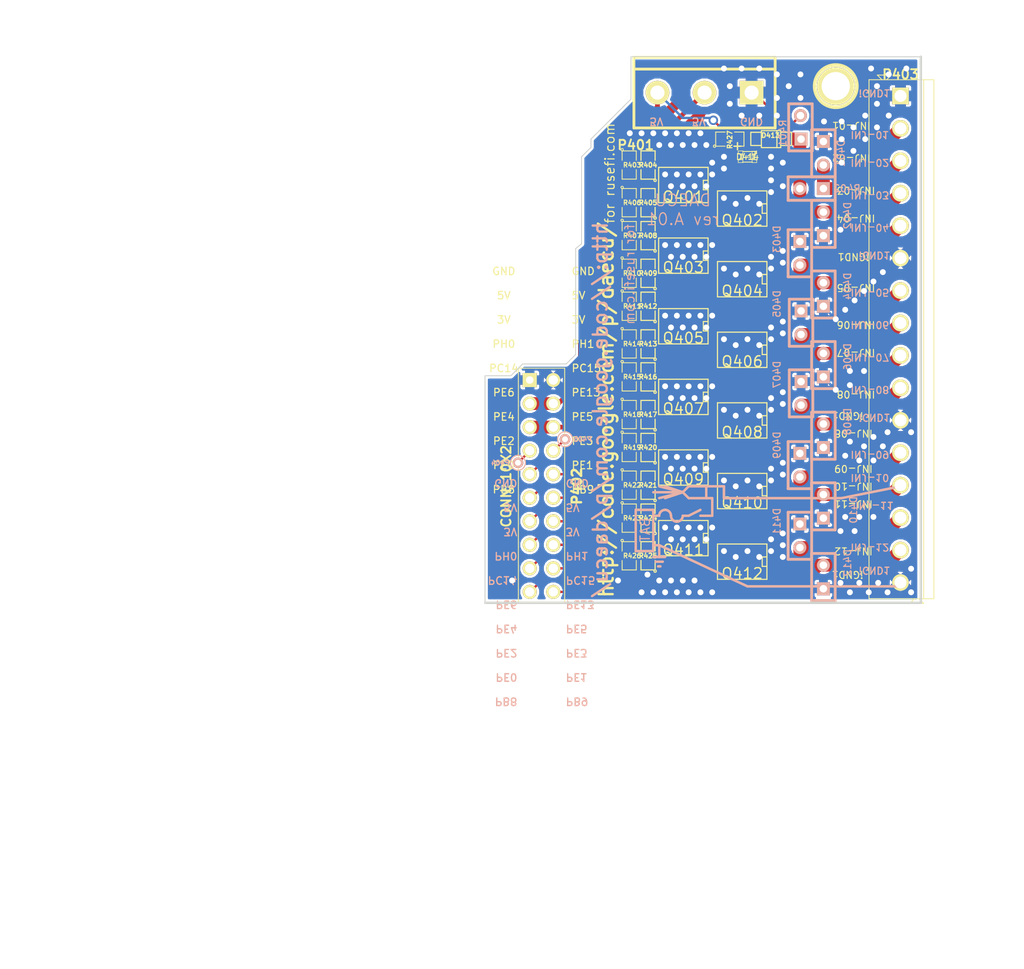
<source format=kicad_pcb>
(kicad_pcb (version 3) (host pcbnew "(2013-jul-07)-stable")
  (title_block (title "Analgo Protection board for RUSEFI.com") (rev .01) (company RUSEFI.com) (comment 3 Art_Electro))
  (layers (15 F.Cu signal) (0 B.Cu signal) (18 B.Paste user) (19 F.Paste user) (20 B.SilkS user) (21 F.SilkS user) (22 B.Mask user) (23 F.Mask user) (28 Edge.Cuts user))
  (net 0 "")
  (net 1 /3.3V)
  (net 2 /5V)
  (net 3 /INJ-01)
  (net 4 /INJ-01_2)
  (net 5 /INJ-01_5V)
  (net 6 /INJ-02)
  (net 7 /INJ-02_5V)
  (net 8 /INJ-03)
  (net 9 /INJ-03_5V)
  (net 10 /INJ-04)
  (net 11 /INJ-04_5V)
  (net 12 /INJ-05)
  (net 13 /INJ-05_5V)
  (net 14 /INJ-06)
  (net 15 /INJ-06_5V)
  (net 16 /INJ-07)
  (net 17 /INJ-07_5V)
  (net 18 /INJ-08)
  (net 19 /INJ-08_5V)
  (net 20 /INJ-09)
  (net 21 /INJ-09_5V)
  (net 22 /INJ-10)
  (net 23 /INJ-10_5V)
  (net 24 /INJ-11)
  (net 25 /INJ-11_5V)
  (net 26 /INJ-12)
  (net 27 /INJ-12_5V)
  (net 28 /PH0)
  (net 29 /PH1)
  (net 30 GND)
  (net 31 N-000001)
  (net 32 N-0000012)
  (net 33 N-0000013)
  (net 34 N-0000015)
  (net 35 N-0000016)
  (net 36 N-000002)
  (net 37 N-0000020)
  (net 38 N-0000029)
  (net 39 N-000003)
  (net 40 N-0000034)
  (net 41 N-0000035)
  (net 42 N-0000038)
  (net 43 N-0000041)
  (net 44 N-0000042)
  (module SIL-16_3.5MM (layer F.Cu) (at 217.805 122.555 270)
    (fp_text reference P403 (at -28.575 0 360) (layer F.SilkS) (effects (font (size 1.016 1.016) (thickness 0.2032))))
    (fp_text value CONN_16 hide)
    (pad 16 thru_hole circle (at 26.25 0 270) (size 1.8 1.8) (drill 1.3) (layers *.Cu *.Mask F.SilkS) (net 30 GND))
    (pad 15 thru_hole circle (at 22.75 0 270) (size 1.8 1.8) (drill 1.3) (layers *.Cu *.Mask F.SilkS) (net 26 /INJ-12))
    (pad 1 thru_hole rect (at -26.25 0 270) (size 1.8 1.8) (drill 1.3) (layers *.Cu *.Mask F.SilkS) (net 30 GND))
    (pad 2 thru_hole circle (at -22.75 0 270) (size 1.8 1.8) (drill 1.3) (layers *.Cu *.Mask F.SilkS) (net 4 /INJ-01_2))
    (pad 3 thru_hole circle (at -19.25 0 270) (size 1.8 1.8) (drill 1.3) (layers *.Cu *.Mask F.SilkS) (net 6 /INJ-02))
    (pad 4 thru_hole circle (at -15.75 0 270) (size 1.8 1.8) (drill 1.3) (layers *.Cu *.Mask F.SilkS) (net 8 /INJ-03))
    (pad 5 thru_hole circle (at -12.25 0 270) (size 1.8 1.8) (drill 1.3) (layers *.Cu *.Mask F.SilkS) (net 10 /INJ-04))
    (pad 6 thru_hole circle (at -8.75 0 270) (size 1.8 1.8) (drill 1.3) (layers *.Cu *.Mask F.SilkS) (net 30 GND))
    (pad 7 thru_hole circle (at -5.25 0 270) (size 1.8 1.8) (drill 1.3) (layers *.Cu *.Mask F.SilkS) (net 12 /INJ-05))
    (pad 8 thru_hole circle (at -1.75 0 270) (size 1.8 1.8) (drill 1.3) (layers *.Cu *.Mask F.SilkS) (net 14 /INJ-06))
    (pad 9 thru_hole circle (at 1.75 0 270) (size 1.8 1.8) (drill 1.3) (layers *.Cu *.Mask F.SilkS) (net 16 /INJ-07))
    (pad 10 thru_hole circle (at 5.25 0 270) (size 1.8 1.8) (drill 1.3) (layers *.Cu *.Mask F.SilkS) (net 18 /INJ-08))
    (pad 11 thru_hole circle (at 8.75 0 270) (size 1.8 1.8) (drill 1.3) (layers *.Cu *.Mask F.SilkS) (net 30 GND))
    (pad 12 thru_hole circle (at 12.25 0 270) (size 1.8 1.8) (drill 1.3) (layers *.Cu *.Mask F.SilkS) (net 20 /INJ-09))
    (pad 13 thru_hole circle (at 15.75 0 270) (size 1.8 1.8) (drill 1.3) (layers *.Cu *.Mask F.SilkS) (net 22 /INJ-10))
    (pad 14 thru_hole circle (at 19.25 0 270) (size 1.8 1.8) (drill 1.3) (layers *.Cu *.Mask F.SilkS) (net 24 /INJ-11))
  )
  (module SM0805 (layer F.Cu) (at 188.5315 103.759 270)
    (fp_text reference R403 (at 0 -0.3175 360) (layer F.SilkS) (effects (font (size 0.50038 0.50038) (thickness 0.10922))))
    (fp_text value 20R hide)
    (pad 1 smd rect (at -0.9525 0 270) (size 0.889 1.397) (layers F.Cu F.Paste F.Mask) (net 38 N-0000029))
    (pad 2 smd rect (at 0.9525 0 270) (size 0.889 1.397) (layers F.Cu F.Paste F.Mask) (net 5 /INJ-01_5V))
  )
  (module SM0805 (layer F.Cu) (at 188.5315 107.823 270)
    (fp_text reference R406 (at 0 -0.3175 360) (layer F.SilkS) (effects (font (size 0.50038 0.50038) (thickness 0.10922))))
    (fp_text value 20R hide)
    (pad 1 smd rect (at -0.9525 0 270) (size 0.889 1.397) (layers F.Cu F.Paste F.Mask) (net 37 N-0000020))
    (pad 2 smd rect (at 0.9525 0 270) (size 0.889 1.397) (layers F.Cu F.Paste F.Mask) (net 7 /INJ-02_5V))
  )
  (module SM0805 (layer F.Cu) (at 188.5315 111.379 270)
    (fp_text reference R407 (at 0 -0.3175 360) (layer F.SilkS) (effects (font (size 0.50038 0.50038) (thickness 0.10922))))
    (fp_text value 20R hide)
    (pad 1 smd rect (at -0.9525 0 270) (size 0.889 1.397) (layers F.Cu F.Paste F.Mask) (net 41 N-0000035))
    (pad 2 smd rect (at 0.9525 0 270) (size 0.889 1.397) (layers F.Cu F.Paste F.Mask) (net 9 /INJ-03_5V))
  )
  (module SM0805 (layer F.Cu) (at 188.5315 115.443 270)
    (fp_text reference R410 (at 0 -0.3175 360) (layer F.SilkS) (effects (font (size 0.50038 0.50038) (thickness 0.10922))))
    (fp_text value 20R hide)
    (pad 1 smd rect (at -0.9525 0 270) (size 0.889 1.397) (layers F.Cu F.Paste F.Mask) (net 34 N-0000015))
    (pad 2 smd rect (at 0.9525 0 270) (size 0.889 1.397) (layers F.Cu F.Paste F.Mask) (net 11 /INJ-04_5V))
  )
  (module SM0805 (layer F.Cu) (at 188.5315 118.999 270)
    (fp_text reference R411 (at 0 -0.3175 360) (layer F.SilkS) (effects (font (size 0.50038 0.50038) (thickness 0.10922))))
    (fp_text value 20R hide)
    (pad 1 smd rect (at -0.9525 0 270) (size 0.889 1.397) (layers F.Cu F.Paste F.Mask) (net 40 N-0000034))
    (pad 2 smd rect (at 0.9525 0 270) (size 0.889 1.397) (layers F.Cu F.Paste F.Mask) (net 13 /INJ-05_5V))
  )
  (module SM0805 (layer F.Cu) (at 188.5315 123.063 270)
    (fp_text reference R414 (at 0 -0.3175 360) (layer F.SilkS) (effects (font (size 0.50038 0.50038) (thickness 0.10922))))
    (fp_text value 20R hide)
    (pad 1 smd rect (at -0.9525 0 270) (size 0.889 1.397) (layers F.Cu F.Paste F.Mask) (net 35 N-0000016))
    (pad 2 smd rect (at 0.9525 0 270) (size 0.889 1.397) (layers F.Cu F.Paste F.Mask) (net 15 /INJ-06_5V))
  )
  (module SIL-2 (layer B.Cu) (at 206.9465 136.144 270)
    (fp_text reference D409 (at -2.159 2.4765 270) (layer B.SilkS) (effects (font (size 0.762 0.762) (thickness 0.127)) (justify mirror)))
    (fp_text value DIODE hide)
    (pad 1 thru_hole rect (at -1.27 0 270) (size 1.397 1.397) (drill 0.8128) (layers *.Cu *.Mask B.SilkS) (net 30 GND))
    (pad 2 thru_hole circle (at 1.27 0 270) (size 1.397 1.397) (drill 0.8128) (layers *.Cu *.Mask B.SilkS) (net 20 /INJ-09))
  )
  (module SIL-2 (layer B.Cu) (at 206.9465 113.284 270)
    (fp_text reference D403 (at -1.524 2.4765 270) (layer B.SilkS) (effects (font (size 0.762 0.762) (thickness 0.127)) (justify mirror)))
    (fp_text value DIODE hide)
    (pad 1 thru_hole rect (at -1.27 0 270) (size 1.397 1.397) (drill 0.8128) (layers *.Cu *.Mask B.SilkS) (net 30 GND))
    (pad 2 thru_hole circle (at 1.27 0 270) (size 1.397 1.397) (drill 0.8128) (layers *.Cu *.Mask B.SilkS) (net 8 /INJ-03))
  )
  (module SIL-2 (layer B.Cu) (at 209.4865 132.969 90)
    (fp_text reference D408 (at 1.524 2.6035 90) (layer B.SilkS) (effects (font (size 0.762 0.762) (thickness 0.127)) (justify mirror)))
    (fp_text value DIODE hide)
    (pad 1 thru_hole rect (at -1.27 0 90) (size 1.397 1.397) (drill 0.8128) (layers *.Cu *.Mask B.SilkS) (net 30 GND))
    (pad 2 thru_hole circle (at 1.27 0 90) (size 1.397 1.397) (drill 0.8128) (layers *.Cu *.Mask B.SilkS) (net 18 /INJ-08))
  )
  (module SIL-2 (layer B.Cu) (at 209.4865 110.109 90)
    (fp_text reference D402 (at 0.889 2.6035 90) (layer B.SilkS) (effects (font (size 0.762 0.762) (thickness 0.127)) (justify mirror)))
    (fp_text value DIODE hide)
    (pad 1 thru_hole rect (at -1.27 0 90) (size 1.397 1.397) (drill 0.8128) (layers *.Cu *.Mask B.SilkS) (net 30 GND))
    (pad 2 thru_hole circle (at 1.27 0 90) (size 1.397 1.397) (drill 0.8128) (layers *.Cu *.Mask B.SilkS) (net 6 /INJ-02))
  )
  (module SIL-2 (layer B.Cu) (at 207.0735 128.397 270)
    (fp_text reference D407 (at -2.032 2.6035 270) (layer B.SilkS) (effects (font (size 0.762 0.762) (thickness 0.127)) (justify mirror)))
    (fp_text value DIODE hide)
    (pad 1 thru_hole rect (at -1.27 0 270) (size 1.397 1.397) (drill 0.8128) (layers *.Cu *.Mask B.SilkS) (net 30 GND))
    (pad 2 thru_hole circle (at 1.27 0 270) (size 1.397 1.397) (drill 0.8128) (layers *.Cu *.Mask B.SilkS) (net 16 /INJ-07))
  )
  (module SIL-2 (layer B.Cu) (at 209.4865 102.489 270)
    (fp_text reference D401 (at 0 -1.905 270) (layer B.SilkS) (effects (font (size 0.762 0.762) (thickness 0.127)) (justify mirror)))
    (fp_text value DIODE hide)
    (pad 1 thru_hole rect (at -1.27 0 270) (size 1.397 1.397) (drill 0.8128) (layers *.Cu *.Mask B.SilkS) (net 30 GND))
    (pad 2 thru_hole circle (at 1.27 0 270) (size 1.397 1.397) (drill 0.8128) (layers *.Cu *.Mask B.SilkS) (net 4 /INJ-01_2))
  )
  (module SM0805 (layer F.Cu) (at 190.5635 118.999 90)
    (fp_text reference R412 (at 0 0 180) (layer F.SilkS) (effects (font (size 0.508 0.508) (thickness 0.127))))
    (fp_text value 1K hide)
    (pad 1 smd rect (at -0.9525 0 90) (size 0.889 1.397) (layers F.Cu F.Paste F.Mask) (net 30 GND))
    (pad 2 smd rect (at 0.9525 0 90) (size 0.889 1.397) (layers F.Cu F.Paste F.Mask) (net 40 N-0000034))
  )
  (module SM0805 (layer F.Cu) (at 190.5635 123.063 90)
    (fp_text reference R413 (at 0 0 180) (layer F.SilkS) (effects (font (size 0.508 0.508) (thickness 0.127))))
    (fp_text value 1K hide)
    (pad 1 smd rect (at -0.9525 0 90) (size 0.889 1.397) (layers F.Cu F.Paste F.Mask) (net 30 GND))
    (pad 2 smd rect (at 0.9525 0 90) (size 0.889 1.397) (layers F.Cu F.Paste F.Mask) (net 35 N-0000016))
  )
  (module SM0805 (layer F.Cu) (at 190.5635 111.379 90)
    (fp_text reference R408 (at 0 0 180) (layer F.SilkS) (effects (font (size 0.508 0.508) (thickness 0.127))))
    (fp_text value 1K hide)
    (pad 1 smd rect (at -0.9525 0 90) (size 0.889 1.397) (layers F.Cu F.Paste F.Mask) (net 30 GND))
    (pad 2 smd rect (at 0.9525 0 90) (size 0.889 1.397) (layers F.Cu F.Paste F.Mask) (net 41 N-0000035))
  )
  (module SM0805 (layer F.Cu) (at 190.5635 115.443 90)
    (fp_text reference R409 (at 0 0 180) (layer F.SilkS) (effects (font (size 0.508 0.508) (thickness 0.127))))
    (fp_text value 1K hide)
    (pad 1 smd rect (at -0.9525 0 90) (size 0.889 1.397) (layers F.Cu F.Paste F.Mask) (net 30 GND))
    (pad 2 smd rect (at 0.9525 0 90) (size 0.889 1.397) (layers F.Cu F.Paste F.Mask) (net 34 N-0000015))
  )
  (module SM0805 (layer F.Cu) (at 190.5635 107.823 90)
    (fp_text reference R405 (at 0 0 180) (layer F.SilkS) (effects (font (size 0.508 0.508) (thickness 0.127))))
    (fp_text value 1K hide)
    (pad 1 smd rect (at -0.9525 0 90) (size 0.889 1.397) (layers F.Cu F.Paste F.Mask) (net 30 GND))
    (pad 2 smd rect (at 0.9525 0 90) (size 0.889 1.397) (layers F.Cu F.Paste F.Mask) (net 37 N-0000020))
  )
  (module SM0805 (layer F.Cu) (at 190.5635 103.759 90)
    (fp_text reference R404 (at 0 0 180) (layer F.SilkS) (effects (font (size 0.508 0.508) (thickness 0.127))))
    (fp_text value 1K hide)
    (pad 1 smd rect (at -0.9525 0 90) (size 0.889 1.397) (layers F.Cu F.Paste F.Mask) (net 30 GND))
    (pad 2 smd rect (at 0.9525 0 90) (size 0.889 1.397) (layers F.Cu F.Paste F.Mask) (net 38 N-0000029))
  )
  (module SO8E_ST (layer F.Cu) (at 194.3735 121.158 180)
    (fp_text reference Q405 (at 0 -1.27 180) (layer F.SilkS) (effects (font (size 1.143 1.143) (thickness 0.1524))))
    (fp_text value OVP_DRIVER hide)
    (pad 2 smd rect (at -1.905 -2.667 180) (size 0.508 1.143) (layers F.Cu F.Paste F.Mask) (net 12 /INJ-05))
    (pad 3 smd rect (at -1.905 2.667 180) (size 0.508 1.143) (layers F.Cu F.Paste F.Mask) (net 30 GND))
    (pad 2 smd rect (at -0.635 -2.667 180) (size 0.508 1.143) (layers F.Cu F.Paste F.Mask) (net 12 /INJ-05))
    (pad 2 smd rect (at 0.635 -2.667 180) (size 0.508 1.143) (layers F.Cu F.Paste F.Mask) (net 12 /INJ-05))
    (pad 2 smd rect (at 1.905 -2.667 180) (size 0.508 1.143) (layers F.Cu F.Paste F.Mask) (net 12 /INJ-05))
    (pad 3 smd rect (at -0.635 2.667 180) (size 0.508 1.143) (layers F.Cu F.Paste F.Mask) (net 30 GND))
    (pad 3 smd rect (at 0.635 2.667 180) (size 0.508 1.143) (layers F.Cu F.Paste F.Mask) (net 30 GND))
    (pad 1 smd rect (at 1.905 2.667 180) (size 0.508 1.143) (layers F.Cu F.Paste F.Mask) (net 40 N-0000034))
  )
  (module SO8E_ST (layer F.Cu) (at 200.7235 123.698 180)
    (fp_text reference Q406 (at 0 -1.27 180) (layer F.SilkS) (effects (font (size 1.143 1.143) (thickness 0.1524))))
    (fp_text value OVP_DRIVER hide)
    (pad 2 smd rect (at -1.905 -2.667 180) (size 0.508 1.143) (layers F.Cu F.Paste F.Mask) (net 14 /INJ-06))
    (pad 3 smd rect (at -1.905 2.667 180) (size 0.508 1.143) (layers F.Cu F.Paste F.Mask) (net 30 GND))
    (pad 2 smd rect (at -0.635 -2.667 180) (size 0.508 1.143) (layers F.Cu F.Paste F.Mask) (net 14 /INJ-06))
    (pad 2 smd rect (at 0.635 -2.667 180) (size 0.508 1.143) (layers F.Cu F.Paste F.Mask) (net 14 /INJ-06))
    (pad 2 smd rect (at 1.905 -2.667 180) (size 0.508 1.143) (layers F.Cu F.Paste F.Mask) (net 14 /INJ-06))
    (pad 3 smd rect (at -0.635 2.667 180) (size 0.508 1.143) (layers F.Cu F.Paste F.Mask) (net 30 GND))
    (pad 3 smd rect (at 0.635 2.667 180) (size 0.508 1.143) (layers F.Cu F.Paste F.Mask) (net 30 GND))
    (pad 1 smd rect (at 1.905 2.667 180) (size 0.508 1.143) (layers F.Cu F.Paste F.Mask) (net 35 N-0000016))
  )
  (module SO8E_ST (layer F.Cu) (at 194.3735 113.538 180)
    (fp_text reference Q403 (at 0 -1.27 180) (layer F.SilkS) (effects (font (size 1.143 1.143) (thickness 0.1524))))
    (fp_text value OVP_DRIVER hide)
    (pad 2 smd rect (at -1.905 -2.667 180) (size 0.508 1.143) (layers F.Cu F.Paste F.Mask) (net 8 /INJ-03))
    (pad 3 smd rect (at -1.905 2.667 180) (size 0.508 1.143) (layers F.Cu F.Paste F.Mask) (net 30 GND))
    (pad 2 smd rect (at -0.635 -2.667 180) (size 0.508 1.143) (layers F.Cu F.Paste F.Mask) (net 8 /INJ-03))
    (pad 2 smd rect (at 0.635 -2.667 180) (size 0.508 1.143) (layers F.Cu F.Paste F.Mask) (net 8 /INJ-03))
    (pad 2 smd rect (at 1.905 -2.667 180) (size 0.508 1.143) (layers F.Cu F.Paste F.Mask) (net 8 /INJ-03))
    (pad 3 smd rect (at -0.635 2.667 180) (size 0.508 1.143) (layers F.Cu F.Paste F.Mask) (net 30 GND))
    (pad 3 smd rect (at 0.635 2.667 180) (size 0.508 1.143) (layers F.Cu F.Paste F.Mask) (net 30 GND))
    (pad 1 smd rect (at 1.905 2.667 180) (size 0.508 1.143) (layers F.Cu F.Paste F.Mask) (net 41 N-0000035))
  )
  (module SO8E_ST (layer F.Cu) (at 200.7235 108.458 180)
    (fp_text reference Q402 (at 0 -1.27 180) (layer F.SilkS) (effects (font (size 1.143 1.143) (thickness 0.1524))))
    (fp_text value OVP_DRIVER hide)
    (pad 2 smd rect (at -1.905 -2.667 180) (size 0.508 1.143) (layers F.Cu F.Paste F.Mask) (net 6 /INJ-02))
    (pad 3 smd rect (at -1.905 2.667 180) (size 0.508 1.143) (layers F.Cu F.Paste F.Mask) (net 30 GND))
    (pad 2 smd rect (at -0.635 -2.667 180) (size 0.508 1.143) (layers F.Cu F.Paste F.Mask) (net 6 /INJ-02))
    (pad 2 smd rect (at 0.635 -2.667 180) (size 0.508 1.143) (layers F.Cu F.Paste F.Mask) (net 6 /INJ-02))
    (pad 2 smd rect (at 1.905 -2.667 180) (size 0.508 1.143) (layers F.Cu F.Paste F.Mask) (net 6 /INJ-02))
    (pad 3 smd rect (at -0.635 2.667 180) (size 0.508 1.143) (layers F.Cu F.Paste F.Mask) (net 30 GND))
    (pad 3 smd rect (at 0.635 2.667 180) (size 0.508 1.143) (layers F.Cu F.Paste F.Mask) (net 30 GND))
    (pad 1 smd rect (at 1.905 2.667 180) (size 0.508 1.143) (layers F.Cu F.Paste F.Mask) (net 37 N-0000020))
  )
  (module SO8E_ST (layer F.Cu) (at 194.3735 105.918 180)
    (fp_text reference Q401 (at 0 -1.27 180) (layer F.SilkS) (effects (font (size 1.143 1.143) (thickness 0.1524))))
    (fp_text value OVP_DRIVER hide)
    (pad 2 smd rect (at -1.905 -2.667 180) (size 0.508 1.143) (layers F.Cu F.Paste F.Mask) (net 3 /INJ-01))
    (pad 3 smd rect (at -1.905 2.667 180) (size 0.508 1.143) (layers F.Cu F.Paste F.Mask) (net 30 GND))
    (pad 2 smd rect (at -0.635 -2.667 180) (size 0.508 1.143) (layers F.Cu F.Paste F.Mask) (net 3 /INJ-01))
    (pad 2 smd rect (at 0.635 -2.667 180) (size 0.508 1.143) (layers F.Cu F.Paste F.Mask) (net 3 /INJ-01))
    (pad 2 smd rect (at 1.905 -2.667 180) (size 0.508 1.143) (layers F.Cu F.Paste F.Mask) (net 3 /INJ-01))
    (pad 3 smd rect (at -0.635 2.667 180) (size 0.508 1.143) (layers F.Cu F.Paste F.Mask) (net 30 GND))
    (pad 3 smd rect (at 0.635 2.667 180) (size 0.508 1.143) (layers F.Cu F.Paste F.Mask) (net 30 GND))
    (pad 1 smd rect (at 1.905 2.667 180) (size 0.508 1.143) (layers F.Cu F.Paste F.Mask) (net 38 N-0000029))
  )
  (module SO8E_ST (layer F.Cu) (at 200.7235 116.078 180)
    (fp_text reference Q404 (at 0 -1.27 180) (layer F.SilkS) (effects (font (size 1.143 1.143) (thickness 0.1524))))
    (fp_text value OVP_DRIVER hide)
    (pad 2 smd rect (at -1.905 -2.667 180) (size 0.508 1.143) (layers F.Cu F.Paste F.Mask) (net 10 /INJ-04))
    (pad 3 smd rect (at -1.905 2.667 180) (size 0.508 1.143) (layers F.Cu F.Paste F.Mask) (net 30 GND))
    (pad 2 smd rect (at -0.635 -2.667 180) (size 0.508 1.143) (layers F.Cu F.Paste F.Mask) (net 10 /INJ-04))
    (pad 2 smd rect (at 0.635 -2.667 180) (size 0.508 1.143) (layers F.Cu F.Paste F.Mask) (net 10 /INJ-04))
    (pad 2 smd rect (at 1.905 -2.667 180) (size 0.508 1.143) (layers F.Cu F.Paste F.Mask) (net 10 /INJ-04))
    (pad 3 smd rect (at -0.635 2.667 180) (size 0.508 1.143) (layers F.Cu F.Paste F.Mask) (net 30 GND))
    (pad 3 smd rect (at 0.635 2.667 180) (size 0.508 1.143) (layers F.Cu F.Paste F.Mask) (net 30 GND))
    (pad 1 smd rect (at 1.905 2.667 180) (size 0.508 1.143) (layers F.Cu F.Paste F.Mask) (net 34 N-0000015))
  )
  (module SO8E_ST (layer F.Cu) (at 194.3735 136.398 180)
    (fp_text reference Q409 (at 0 -1.27 180) (layer F.SilkS) (effects (font (size 1.143 1.143) (thickness 0.1524))))
    (fp_text value OVP_DRIVER hide)
    (pad 2 smd rect (at -1.905 -2.667 180) (size 0.508 1.143) (layers F.Cu F.Paste F.Mask) (net 20 /INJ-09))
    (pad 3 smd rect (at -1.905 2.667 180) (size 0.508 1.143) (layers F.Cu F.Paste F.Mask) (net 30 GND))
    (pad 2 smd rect (at -0.635 -2.667 180) (size 0.508 1.143) (layers F.Cu F.Paste F.Mask) (net 20 /INJ-09))
    (pad 2 smd rect (at 0.635 -2.667 180) (size 0.508 1.143) (layers F.Cu F.Paste F.Mask) (net 20 /INJ-09))
    (pad 2 smd rect (at 1.905 -2.667 180) (size 0.508 1.143) (layers F.Cu F.Paste F.Mask) (net 20 /INJ-09))
    (pad 3 smd rect (at -0.635 2.667 180) (size 0.508 1.143) (layers F.Cu F.Paste F.Mask) (net 30 GND))
    (pad 3 smd rect (at 0.635 2.667 180) (size 0.508 1.143) (layers F.Cu F.Paste F.Mask) (net 30 GND))
    (pad 1 smd rect (at 1.905 2.667 180) (size 0.508 1.143) (layers F.Cu F.Paste F.Mask) (net 42 N-0000038))
  )
  (module SO8E_ST (layer F.Cu) (at 200.7235 146.558 180)
    (fp_text reference Q412 (at 0 -1.27 180) (layer F.SilkS) (effects (font (size 1.143 1.143) (thickness 0.1524))))
    (fp_text value OVP_DRIVER hide)
    (pad 2 smd rect (at -1.905 -2.667 180) (size 0.508 1.143) (layers F.Cu F.Paste F.Mask) (net 26 /INJ-12))
    (pad 3 smd rect (at -1.905 2.667 180) (size 0.508 1.143) (layers F.Cu F.Paste F.Mask) (net 30 GND))
    (pad 2 smd rect (at -0.635 -2.667 180) (size 0.508 1.143) (layers F.Cu F.Paste F.Mask) (net 26 /INJ-12))
    (pad 2 smd rect (at 0.635 -2.667 180) (size 0.508 1.143) (layers F.Cu F.Paste F.Mask) (net 26 /INJ-12))
    (pad 2 smd rect (at 1.905 -2.667 180) (size 0.508 1.143) (layers F.Cu F.Paste F.Mask) (net 26 /INJ-12))
    (pad 3 smd rect (at -0.635 2.667 180) (size 0.508 1.143) (layers F.Cu F.Paste F.Mask) (net 30 GND))
    (pad 3 smd rect (at 0.635 2.667 180) (size 0.508 1.143) (layers F.Cu F.Paste F.Mask) (net 30 GND))
    (pad 1 smd rect (at 1.905 2.667 180) (size 0.508 1.143) (layers F.Cu F.Paste F.Mask) (net 39 N-000003))
  )
  (module SO8E_ST (layer F.Cu) (at 194.3735 144.018 180)
    (fp_text reference Q411 (at 0 -1.27 180) (layer F.SilkS) (effects (font (size 1.143 1.143) (thickness 0.1524))))
    (fp_text value OVP_DRIVER hide)
    (pad 2 smd rect (at -1.905 -2.667 180) (size 0.508 1.143) (layers F.Cu F.Paste F.Mask) (net 24 /INJ-11))
    (pad 3 smd rect (at -1.905 2.667 180) (size 0.508 1.143) (layers F.Cu F.Paste F.Mask) (net 30 GND))
    (pad 2 smd rect (at -0.635 -2.667 180) (size 0.508 1.143) (layers F.Cu F.Paste F.Mask) (net 24 /INJ-11))
    (pad 2 smd rect (at 0.635 -2.667 180) (size 0.508 1.143) (layers F.Cu F.Paste F.Mask) (net 24 /INJ-11))
    (pad 2 smd rect (at 1.905 -2.667 180) (size 0.508 1.143) (layers F.Cu F.Paste F.Mask) (net 24 /INJ-11))
    (pad 3 smd rect (at -0.635 2.667 180) (size 0.508 1.143) (layers F.Cu F.Paste F.Mask) (net 30 GND))
    (pad 3 smd rect (at 0.635 2.667 180) (size 0.508 1.143) (layers F.Cu F.Paste F.Mask) (net 30 GND))
    (pad 1 smd rect (at 1.905 2.667 180) (size 0.508 1.143) (layers F.Cu F.Paste F.Mask) (net 44 N-0000042))
  )
  (module SO8E_ST (layer F.Cu) (at 200.7235 138.938 180)
    (fp_text reference Q410 (at 0 -1.27 180) (layer F.SilkS) (effects (font (size 1.143 1.143) (thickness 0.1524))))
    (fp_text value OVP_DRIVER hide)
    (pad 2 smd rect (at -1.905 -2.667 180) (size 0.508 1.143) (layers F.Cu F.Paste F.Mask) (net 22 /INJ-10))
    (pad 3 smd rect (at -1.905 2.667 180) (size 0.508 1.143) (layers F.Cu F.Paste F.Mask) (net 30 GND))
    (pad 2 smd rect (at -0.635 -2.667 180) (size 0.508 1.143) (layers F.Cu F.Paste F.Mask) (net 22 /INJ-10))
    (pad 2 smd rect (at 0.635 -2.667 180) (size 0.508 1.143) (layers F.Cu F.Paste F.Mask) (net 22 /INJ-10))
    (pad 2 smd rect (at 1.905 -2.667 180) (size 0.508 1.143) (layers F.Cu F.Paste F.Mask) (net 22 /INJ-10))
    (pad 3 smd rect (at -0.635 2.667 180) (size 0.508 1.143) (layers F.Cu F.Paste F.Mask) (net 30 GND))
    (pad 3 smd rect (at 0.635 2.667 180) (size 0.508 1.143) (layers F.Cu F.Paste F.Mask) (net 30 GND))
    (pad 1 smd rect (at 1.905 2.667 180) (size 0.508 1.143) (layers F.Cu F.Paste F.Mask) (net 31 N-000001))
  )
  (module SO8E_ST (layer F.Cu) (at 194.3735 128.778 180)
    (fp_text reference Q407 (at 0 -1.27 180) (layer F.SilkS) (effects (font (size 1.143 1.143) (thickness 0.1524))))
    (fp_text value OVP_DRIVER hide)
    (pad 2 smd rect (at -1.905 -2.667 180) (size 0.508 1.143) (layers F.Cu F.Paste F.Mask) (net 16 /INJ-07))
    (pad 3 smd rect (at -1.905 2.667 180) (size 0.508 1.143) (layers F.Cu F.Paste F.Mask) (net 30 GND))
    (pad 2 smd rect (at -0.635 -2.667 180) (size 0.508 1.143) (layers F.Cu F.Paste F.Mask) (net 16 /INJ-07))
    (pad 2 smd rect (at 0.635 -2.667 180) (size 0.508 1.143) (layers F.Cu F.Paste F.Mask) (net 16 /INJ-07))
    (pad 2 smd rect (at 1.905 -2.667 180) (size 0.508 1.143) (layers F.Cu F.Paste F.Mask) (net 16 /INJ-07))
    (pad 3 smd rect (at -0.635 2.667 180) (size 0.508 1.143) (layers F.Cu F.Paste F.Mask) (net 30 GND))
    (pad 3 smd rect (at 0.635 2.667 180) (size 0.508 1.143) (layers F.Cu F.Paste F.Mask) (net 30 GND))
    (pad 1 smd rect (at 1.905 2.667 180) (size 0.508 1.143) (layers F.Cu F.Paste F.Mask) (net 43 N-0000041))
  )
  (module SO8E_ST (layer F.Cu) (at 200.7235 131.318 180)
    (fp_text reference Q408 (at 0 -1.27 180) (layer F.SilkS) (effects (font (size 1.143 1.143) (thickness 0.1524))))
    (fp_text value OVP_DRIVER hide)
    (pad 2 smd rect (at -1.905 -2.667 180) (size 0.508 1.143) (layers F.Cu F.Paste F.Mask) (net 18 /INJ-08))
    (pad 3 smd rect (at -1.905 2.667 180) (size 0.508 1.143) (layers F.Cu F.Paste F.Mask) (net 30 GND))
    (pad 2 smd rect (at -0.635 -2.667 180) (size 0.508 1.143) (layers F.Cu F.Paste F.Mask) (net 18 /INJ-08))
    (pad 2 smd rect (at 0.635 -2.667 180) (size 0.508 1.143) (layers F.Cu F.Paste F.Mask) (net 18 /INJ-08))
    (pad 2 smd rect (at 1.905 -2.667 180) (size 0.508 1.143) (layers F.Cu F.Paste F.Mask) (net 18 /INJ-08))
    (pad 3 smd rect (at -0.635 2.667 180) (size 0.508 1.143) (layers F.Cu F.Paste F.Mask) (net 30 GND))
    (pad 3 smd rect (at 0.635 2.667 180) (size 0.508 1.143) (layers F.Cu F.Paste F.Mask) (net 30 GND))
    (pad 1 smd rect (at 1.905 2.667 180) (size 0.508 1.143) (layers F.Cu F.Paste F.Mask) (net 36 N-000002))
  )
  (module SM0805 (layer F.Cu) (at 190.5635 145.923 90)
    (fp_text reference R425 (at 0 0 180) (layer F.SilkS) (effects (font (size 0.508 0.508) (thickness 0.127))))
    (fp_text value 1K hide)
    (pad 1 smd rect (at -0.9525 0 90) (size 0.889 1.397) (layers F.Cu F.Paste F.Mask) (net 30 GND))
    (pad 2 smd rect (at 0.9525 0 90) (size 0.889 1.397) (layers F.Cu F.Paste F.Mask) (net 39 N-000003))
  )
  (module SM0805 (layer F.Cu) (at 190.5635 141.859 90)
    (fp_text reference R424 (at 0 0 180) (layer F.SilkS) (effects (font (size 0.508 0.508) (thickness 0.127))))
    (fp_text value 1K hide)
    (pad 1 smd rect (at -0.9525 0 90) (size 0.889 1.397) (layers F.Cu F.Paste F.Mask) (net 30 GND))
    (pad 2 smd rect (at 0.9525 0 90) (size 0.889 1.397) (layers F.Cu F.Paste F.Mask) (net 44 N-0000042))
  )
  (module SM0805 (layer F.Cu) (at 190.5635 134.239 90)
    (fp_text reference R420 (at 0 0 180) (layer F.SilkS) (effects (font (size 0.508 0.508) (thickness 0.127))))
    (fp_text value 1K hide)
    (pad 1 smd rect (at -0.9525 0 90) (size 0.889 1.397) (layers F.Cu F.Paste F.Mask) (net 30 GND))
    (pad 2 smd rect (at 0.9525 0 90) (size 0.889 1.397) (layers F.Cu F.Paste F.Mask) (net 42 N-0000038))
  )
  (module SM0805 (layer F.Cu) (at 190.5635 138.303 90)
    (fp_text reference R421 (at 0 0 180) (layer F.SilkS) (effects (font (size 0.508 0.508) (thickness 0.127))))
    (fp_text value 1K hide)
    (pad 1 smd rect (at -0.9525 0 90) (size 0.889 1.397) (layers F.Cu F.Paste F.Mask) (net 30 GND))
    (pad 2 smd rect (at 0.9525 0 90) (size 0.889 1.397) (layers F.Cu F.Paste F.Mask) (net 31 N-000001))
  )
  (module SM0805 (layer F.Cu) (at 190.5635 126.619 90)
    (fp_text reference R416 (at 0 0 180) (layer F.SilkS) (effects (font (size 0.508 0.508) (thickness 0.127))))
    (fp_text value 1K hide)
    (pad 1 smd rect (at -0.9525 0 90) (size 0.889 1.397) (layers F.Cu F.Paste F.Mask) (net 30 GND))
    (pad 2 smd rect (at 0.9525 0 90) (size 0.889 1.397) (layers F.Cu F.Paste F.Mask) (net 43 N-0000041))
  )
  (module SM0805 (layer F.Cu) (at 190.5635 130.683 90)
    (fp_text reference R417 (at 0 0 180) (layer F.SilkS) (effects (font (size 0.508 0.508) (thickness 0.127))))
    (fp_text value 1K hide)
    (pad 1 smd rect (at -0.9525 0 90) (size 0.889 1.397) (layers F.Cu F.Paste F.Mask) (net 30 GND))
    (pad 2 smd rect (at 0.9525 0 90) (size 0.889 1.397) (layers F.Cu F.Paste F.Mask) (net 36 N-000002))
  )
  (module bornier3 (layer F.Cu) (at 196.6595 95.9485 180)
    (fp_text reference P401 (at 7.4295 -5.6515 180) (layer F.SilkS) (effects (font (size 1.016 1.016) (thickness 0.2032))))
    (fp_text value CONN_3 hide)
    (pad 1 thru_hole rect (at -5.08 0 180) (size 2.54 2.54) (drill 1.524) (layers *.Cu *.Mask F.SilkS) (net 30 GND))
    (pad 2 thru_hole circle (at 0 0 180) (size 2.54 2.54) (drill 1.524) (layers *.Cu *.Mask F.SilkS) (net 1 /3.3V))
    (pad 3 thru_hole circle (at 5.08 0 180) (size 2.54 2.54) (drill 1.524) (layers *.Cu *.Mask F.SilkS) (net 2 /5V))
  )
  (module SOD-123 (layer F.Cu) (at 203.835 100.965)
    (fp_text reference D413 (at -0.0508 -0.4064) (layer F.SilkS) (effects (font (size 0.508 0.508) (thickness 0.127))))
    (fp_text value DIODE hide)
    (pad 1 smd rect (at -1.6256 -0.0254) (size 0.9652 1.27) (layers F.Cu F.Paste F.Mask) (net 32 N-0000012))
    (pad 2 smd rect (at 1.651 -0.0254) (size 0.9652 1.27) (layers F.Cu F.Paste F.Mask) (net 3 /INJ-01))
  )
  (module SM0805 (layer F.Cu) (at 199.39 100.965)
    (fp_text reference R427 (at 0 0.0635 90) (layer F.SilkS) (effects (font (size 0.508 0.508) (thickness 0.127))))
    (fp_text value 1K hide)
    (pad 1 smd rect (at -0.9525 0) (size 0.889 1.397) (layers F.Cu F.Paste F.Mask) (net 2 /5V))
    (pad 2 smd rect (at 0.9525 0) (size 0.889 1.397) (layers F.Cu F.Paste F.Mask) (net 33 N-0000013))
  )
  (module SIL-2 (layer B.Cu) (at 209.4865 117.729 90)
    (fp_text reference D404 (at 0.889 2.6035 90) (layer B.SilkS) (effects (font (size 0.762 0.762) (thickness 0.127)) (justify mirror)))
    (fp_text value DIODE hide)
    (pad 1 thru_hole rect (at -1.27 0 90) (size 1.397 1.397) (drill 0.8128) (layers *.Cu *.Mask B.SilkS) (net 30 GND))
    (pad 2 thru_hole circle (at 1.27 0 90) (size 1.397 1.397) (drill 0.8128) (layers *.Cu *.Mask B.SilkS) (net 10 /INJ-04))
  )
  (module SIL-2 (layer B.Cu) (at 209.4865 140.589 90)
    (fp_text reference D410 (at -0.381 3.2385 90) (layer B.SilkS) (effects (font (size 0.762 0.762) (thickness 0.127)) (justify mirror)))
    (fp_text value DIODE hide)
    (pad 1 thru_hole rect (at -1.27 0 90) (size 1.397 1.397) (drill 0.8128) (layers *.Cu *.Mask B.SilkS) (net 30 GND))
    (pad 2 thru_hole circle (at 1.27 0 90) (size 1.397 1.397) (drill 0.8128) (layers *.Cu *.Mask B.SilkS) (net 22 /INJ-10))
  )
  (module SIL-2 (layer B.Cu) (at 207.0735 120.777 270)
    (fp_text reference D405 (at -2.032 2.6035 270) (layer B.SilkS) (effects (font (size 0.762 0.762) (thickness 0.127)) (justify mirror)))
    (fp_text value DIODE hide)
    (pad 1 thru_hole rect (at -1.27 0 270) (size 1.397 1.397) (drill 0.8128) (layers *.Cu *.Mask B.SilkS) (net 30 GND))
    (pad 2 thru_hole circle (at 1.27 0 270) (size 1.397 1.397) (drill 0.8128) (layers *.Cu *.Mask B.SilkS) (net 12 /INJ-05))
  )
  (module SIL-2 (layer B.Cu) (at 206.9465 143.764 270)
    (fp_text reference D411 (at -1.524 2.4765 270) (layer B.SilkS) (effects (font (size 0.762 0.762) (thickness 0.127)) (justify mirror)))
    (fp_text value DIODE hide)
    (pad 1 thru_hole rect (at -1.27 0 270) (size 1.397 1.397) (drill 0.8128) (layers *.Cu *.Mask B.SilkS) (net 30 GND))
    (pad 2 thru_hole circle (at 1.27 0 270) (size 1.397 1.397) (drill 0.8128) (layers *.Cu *.Mask B.SilkS) (net 24 /INJ-11))
  )
  (module SIL-2 (layer B.Cu) (at 209.4865 125.349 90)
    (fp_text reference D406 (at 0.889 2.6035 90) (layer B.SilkS) (effects (font (size 0.762 0.762) (thickness 0.127)) (justify mirror)))
    (fp_text value DIODE hide)
    (pad 1 thru_hole rect (at -1.27 0 90) (size 1.397 1.397) (drill 0.8128) (layers *.Cu *.Mask B.SilkS) (net 30 GND))
    (pad 2 thru_hole circle (at 1.27 0 90) (size 1.397 1.397) (drill 0.8128) (layers *.Cu *.Mask B.SilkS) (net 14 /INJ-06))
  )
  (module SIL-2 (layer B.Cu) (at 209.4865 148.209 90)
    (fp_text reference D412 (at 1.524 2.6035 90) (layer B.SilkS) (effects (font (size 0.762 0.762) (thickness 0.127)) (justify mirror)))
    (fp_text value DIODE hide)
    (pad 1 thru_hole rect (at -1.27 0 90) (size 1.397 1.397) (drill 0.8128) (layers *.Cu *.Mask B.SilkS) (net 30 GND))
    (pad 2 thru_hole circle (at 1.27 0 90) (size 1.397 1.397) (drill 0.8128) (layers *.Cu *.Mask B.SilkS) (net 26 /INJ-12))
  )
  (module SIL-2 (layer B.Cu) (at 207.01 99.695 90)
    (fp_text reference R401 (at -0.635 -1.905 90) (layer B.SilkS) (effects (font (size 0.762 0.762) (thickness 0.127)) (justify mirror)))
    (fp_text value OPT hide)
    (pad 1 thru_hole rect (at -1.27 0.0635 90) (size 1.397 1.397) (drill 0.8128) (layers *.Cu *.Mask B.SilkS) (net 3 /INJ-01))
    (pad 2 thru_hole circle (at 1.27 0 90) (size 1.397 1.397) (drill 0.8128) (layers *.Cu *.Mask B.SilkS) (net 2 /5V))
  )
  (module SIL-2 (layer B.Cu) (at 208.2165 106.299 180)
    (fp_text reference R402 (at -3.81 0 180) (layer B.SilkS) (effects (font (size 0.762 0.762) (thickness 0.127)) (justify mirror)))
    (fp_text value 0R hide)
    (pad 1 thru_hole rect (at -1.27 0 180) (size 1.397 1.397) (drill 0.8128) (layers *.Cu *.Mask B.SilkS) (net 4 /INJ-01_2))
    (pad 2 thru_hole circle (at 1.27 0 180) (size 1.397 1.397) (drill 0.8128) (layers *.Cu *.Mask B.SilkS) (net 3 /INJ-01))
  )
  (module SM0805 (layer F.Cu) (at 188.5315 126.619 270)
    (fp_text reference R415 (at 0 -0.3175 360) (layer F.SilkS) (effects (font (size 0.50038 0.50038) (thickness 0.10922))))
    (fp_text value 20R hide)
    (pad 1 smd rect (at -0.9525 0 270) (size 0.889 1.397) (layers F.Cu F.Paste F.Mask) (net 43 N-0000041))
    (pad 2 smd rect (at 0.9525 0 270) (size 0.889 1.397) (layers F.Cu F.Paste F.Mask) (net 17 /INJ-07_5V))
  )
  (module SM0805 (layer F.Cu) (at 188.5315 130.683 270)
    (fp_text reference R418 (at 0 -0.3175 360) (layer F.SilkS) (effects (font (size 0.50038 0.50038) (thickness 0.10922))))
    (fp_text value 20R hide)
    (pad 1 smd rect (at -0.9525 0 270) (size 0.889 1.397) (layers F.Cu F.Paste F.Mask) (net 36 N-000002))
    (pad 2 smd rect (at 0.9525 0 270) (size 0.889 1.397) (layers F.Cu F.Paste F.Mask) (net 19 /INJ-08_5V))
  )
  (module SM0805 (layer F.Cu) (at 188.5315 134.239 270)
    (fp_text reference R419 (at 0 -0.3175 360) (layer F.SilkS) (effects (font (size 0.50038 0.50038) (thickness 0.10922))))
    (fp_text value 20R hide)
    (pad 1 smd rect (at -0.9525 0 270) (size 0.889 1.397) (layers F.Cu F.Paste F.Mask) (net 42 N-0000038))
    (pad 2 smd rect (at 0.9525 0 270) (size 0.889 1.397) (layers F.Cu F.Paste F.Mask) (net 21 /INJ-09_5V))
  )
  (module SM0805 (layer F.Cu) (at 188.5315 138.303 270)
    (fp_text reference R422 (at 0 -0.3175 360) (layer F.SilkS) (effects (font (size 0.50038 0.50038) (thickness 0.10922))))
    (fp_text value 20R hide)
    (pad 1 smd rect (at -0.9525 0 270) (size 0.889 1.397) (layers F.Cu F.Paste F.Mask) (net 31 N-000001))
    (pad 2 smd rect (at 0.9525 0 270) (size 0.889 1.397) (layers F.Cu F.Paste F.Mask) (net 23 /INJ-10_5V))
  )
  (module SM0805 (layer F.Cu) (at 188.5315 141.859 270)
    (fp_text reference R423 (at 0 -0.3175 360) (layer F.SilkS) (effects (font (size 0.50038 0.50038) (thickness 0.10922))))
    (fp_text value 20R hide)
    (pad 1 smd rect (at -0.9525 0 270) (size 0.889 1.397) (layers F.Cu F.Paste F.Mask) (net 44 N-0000042))
    (pad 2 smd rect (at 0.9525 0 270) (size 0.889 1.397) (layers F.Cu F.Paste F.Mask) (net 25 /INJ-11_5V))
  )
  (module SM0805 (layer F.Cu) (at 188.5315 145.923 270)
    (fp_text reference R426 (at 0 -0.3175 360) (layer F.SilkS) (effects (font (size 0.50038 0.50038) (thickness 0.10922))))
    (fp_text value 20R hide)
    (pad 1 smd rect (at -0.9525 0 270) (size 0.889 1.397) (layers F.Cu F.Paste F.Mask) (net 39 N-000003))
    (pad 2 smd rect (at 0.9525 0 270) (size 0.889 1.397) (layers F.Cu F.Paste F.Mask) (net 27 /INJ-12_5V))
  )
  (module PINTST (layer B.Cu) (at 176.53 135.89)
    (fp_text reference P404 (at -1.905 0) (layer B.SilkS) (effects (font (size 0.508 0.508) (thickness 0.127)) (justify mirror)))
    (fp_text value CONN_1 hide)
    (pad 1 thru_hole circle (at 0 0) (size 1.143 1.143) (drill 0.635) (layers *.Cu *.Mask B.SilkS) (net 28 /PH0))
  )
  (module PINTST (layer B.Cu) (at 181.61 133.35)
    (fp_text reference P405 (at 1.905 0) (layer B.SilkS) (effects (font (size 0.508 0.508) (thickness 0.127)) (justify mirror)))
    (fp_text value CONN_1 hide)
    (pad 1 thru_hole circle (at 0 0) (size 1.143 1.143) (drill 0.635) (layers *.Cu *.Mask B.SilkS) (net 29 /PH1))
  )
  (module 1pin (layer F.Cu) (at 210.82 95.25)
    (fp_text reference M401 hide)
    (fp_text value CONN_1 hide)
    (pad 1 thru_hole circle (at 0 0) (size 4.064 4.064) (drill 3.048) (layers *.Cu *.Mask F.SilkS))
  )
  (module PIN_ARRAY_10X2_M (layer F.Cu) (at 179.07 138.43 270)
    (fp_text reference P402 (at 0 -3.81 270) (layer F.SilkS) (effects (font (size 1.016 1.016) (thickness 0.254))))
    (fp_text value CONN_10X2 (at 0 3.81 270) (layer F.SilkS) (effects (font (size 1.016 1.016) (thickness 0.2032))))
    (pad 1 thru_hole rect (at -11.47064 1.27 270) (size 1.524 1.524) (drill 0.8128) (layers *.Cu *.Mask F.SilkS) (net 30 GND))
    (pad 2 thru_hole circle (at -11.47064 -1.27 270) (size 1.524 1.524) (drill 1.016) (layers *.Cu *.Mask F.SilkS) (net 30 GND))
    (pad 3 thru_hole circle (at -8.93064 1.27 270) (size 1.524 1.524) (drill 1.016) (layers *.Cu *.Mask F.SilkS) (net 2 /5V))
    (pad 4 thru_hole circle (at -8.93064 -1.27 270) (size 1.524 1.524) (drill 1.016) (layers *.Cu *.Mask F.SilkS) (net 2 /5V))
    (pad 5 thru_hole circle (at -6.39064 1.27 270) (size 1.524 1.524) (drill 1.016) (layers *.Cu *.Mask F.SilkS) (net 1 /3.3V))
    (pad 6 thru_hole circle (at -6.39064 -1.27 270) (size 1.524 1.524) (drill 1.016) (layers *.Cu *.Mask F.SilkS) (net 1 /3.3V))
    (pad 7 thru_hole circle (at -3.85064 1.27 270) (size 1.524 1.524) (drill 1.016) (layers *.Cu *.Mask F.SilkS) (net 28 /PH0))
    (pad 8 thru_hole circle (at -3.85064 -1.27 270) (size 1.524 1.524) (drill 1.016) (layers *.Cu *.Mask F.SilkS) (net 29 /PH1))
    (pad 9 thru_hole circle (at -1.31064 1.27 270) (size 1.524 1.524) (drill 1.016) (layers *.Cu *.Mask F.SilkS) (net 5 /INJ-01_5V))
    (pad 10 thru_hole circle (at -1.31064 -1.27 270) (size 1.524 1.524) (drill 1.016) (layers *.Cu *.Mask F.SilkS) (net 7 /INJ-02_5V))
    (pad 11 thru_hole circle (at 1.22936 1.27 270) (size 1.524 1.524) (drill 1.016) (layers *.Cu *.Mask F.SilkS) (net 9 /INJ-03_5V))
    (pad 12 thru_hole circle (at 1.22936 -1.27 270) (size 1.524 1.524) (drill 1.016) (layers *.Cu *.Mask F.SilkS) (net 11 /INJ-04_5V))
    (pad 13 thru_hole circle (at 3.76936 1.27 270) (size 1.524 1.524) (drill 1.016) (layers *.Cu *.Mask F.SilkS) (net 13 /INJ-05_5V))
    (pad 14 thru_hole circle (at 3.76936 -1.27 270) (size 1.524 1.524) (drill 1.016) (layers *.Cu *.Mask F.SilkS) (net 15 /INJ-06_5V))
    (pad 15 thru_hole circle (at 6.30936 1.27 270) (size 1.524 1.524) (drill 1.016) (layers *.Cu *.Mask F.SilkS) (net 17 /INJ-07_5V))
    (pad 16 thru_hole circle (at 6.30936 -1.27 270) (size 1.524 1.524) (drill 1.016) (layers *.Cu *.Mask F.SilkS) (net 19 /INJ-08_5V))
    (pad 17 thru_hole circle (at 8.84936 1.27 270) (size 1.524 1.524) (drill 1.016) (layers *.Cu *.Mask F.SilkS) (net 21 /INJ-09_5V))
    (pad 18 thru_hole circle (at 8.84936 -1.27 270) (size 1.524 1.524) (drill 1.016) (layers *.Cu *.Mask F.SilkS) (net 23 /INJ-10_5V))
    (pad 19 thru_hole circle (at 11.38936 1.27 270) (size 1.524 1.524) (drill 1.016) (layers *.Cu *.Mask F.SilkS) (net 25 /INJ-11_5V))
    (pad 20 thru_hole circle (at 11.38936 -1.27 270) (size 1.524 1.524) (drill 1.016) (layers *.Cu *.Mask F.SilkS) (net 27 /INJ-12_5V))
  )
  (module LED-0805_A (layer F.Cu) (at 201.295 102.87)
    (fp_text reference D414 (at 0 0) (layer F.SilkS) (effects (font (size 0.635 0.635) (thickness 0.10922))))
    (fp_text value LED_0805 hide)
    (pad 1 smd rect (at -1.04902 0) (size 1.19888 1.19888) (layers F.Cu F.Paste F.Mask) (net 33 N-0000013))
    (pad 2 smd rect (at 1.04902 0) (size 1.19888 1.19888) (layers F.Cu F.Paste F.Mask) (net 32 N-0000012))
  )
  (gr_text "for rusefi.com" (at 186.436 104.648 90) (layer F.SilkS) (effects (font (size 1.016 1.016) (thickness 0.127))))
  (gr_text http://code.google.com/p/daecu/ (at 186.055 130.175 90) (layer F.SilkS) (effects (font (size 1.524 1.524) (thickness 0.254))))
  (gr_text BAT (at 190.246 143.129 90) (layer B.SilkS) (effects (font (size 1.016 1.016) (thickness 0.127)) (justify mirror)))
  (gr_line (start 219.964 92.075) (end 188.722 92.075) (angle 90) (layer Edge.Cuts) (width 0.1))
  (gr_line (start 177.038 125.222) (end 181.737 125.222) (angle 90) (layer Edge.Cuts) (width 0.1))
  (gr_line (start 172.974 126.492) (end 175.768 126.492) (angle 90) (layer Edge.Cuts) (width 0.1))
  (gr_text INJ-08 (at 213 128.5 180) (layer F.SilkS) (effects (font (size 0.762 0.762) (thickness 0.1143))))
  (gr_text INJ-08 (at 214.5 128 180) (layer B.SilkS) (effects (font (size 0.762 0.762) (thickness 0.1143)) (justify mirror)))
  (gr_text iGND1 (at 215 96 180) (layer B.SilkS) (effects (font (size 0.762 0.762) (thickness 0.1143)) (justify mirror)))
  (gr_text INJ-01 (at 214.5 100.5 180) (layer B.SilkS) (effects (font (size 0.762 0.762) (thickness 0.1143)) (justify mirror)))
  (gr_text INJ-02 (at 214.5 103.5 180) (layer B.SilkS) (effects (font (size 0.762 0.762) (thickness 0.1143)) (justify mirror)))
  (gr_text INJ-03 (at 214.5 107 180) (layer B.SilkS) (effects (font (size 0.762 0.762) (thickness 0.1143)) (justify mirror)))
  (gr_text iGND1 (at 215 113.5 180) (layer B.SilkS) (effects (font (size 0.762 0.762) (thickness 0.1143)) (justify mirror)))
  (gr_text INJ-04 (at 214.5 110.5 180) (layer B.SilkS) (effects (font (size 0.762 0.762) (thickness 0.1143)) (justify mirror)))
  (gr_text INJ-05 (at 214.5 117.5 180) (layer B.SilkS) (effects (font (size 0.762 0.762) (thickness 0.1143)) (justify mirror)))
  (gr_text INJ-06 (at 214.5 121 180) (layer B.SilkS) (effects (font (size 0.762 0.762) (thickness 0.1143)) (justify mirror)))
  (gr_text INJ-07 (at 214.5 124.5 180) (layer B.SilkS) (effects (font (size 0.762 0.762) (thickness 0.1143)) (justify mirror)))
  (gr_text iGND1 (at 215 131 180) (layer B.SilkS) (effects (font (size 0.762 0.762) (thickness 0.1143)) (justify mirror)))
  (gr_text INJ-10 (at 214.5 137.5 180) (layer B.SilkS) (effects (font (size 0.762 0.762) (thickness 0.1143)) (justify mirror)))
  (gr_text INJ-09 (at 214.5 135 180) (layer B.SilkS) (effects (font (size 0.762 0.762) (thickness 0.1143)) (justify mirror)))
  (gr_text INJ-12 (at 214.5 145 180) (layer B.SilkS) (effects (font (size 0.762 0.762) (thickness 0.1143)) (justify mirror)))
  (gr_text INJ-11 (at 215 140.5 180) (layer B.SilkS) (effects (font (size 0.762 0.762) (thickness 0.1143)) (justify mirror)))
  (gr_text iGND1 (at 215 147.5 180) (layer B.SilkS) (effects (font (size 0.762 0.762) (thickness 0.1143)) (justify mirror)))
  (gr_line (start 201.295 149.225) (end 191.77 144.78) (angle 90) (layer B.SilkS) (width 0.254))
  (gr_line (start 208.915 149.225) (end 201.295 149.225) (angle 90) (layer B.SilkS) (width 0.254))
  (gr_line (start 217.805 149.225) (end 208.915 149.225) (angle 90) (layer B.SilkS) (width 0.254))
  (gr_line (start 191.643 147.066) (end 191.897 147.066) (angle 90) (layer B.SilkS) (width 0.254))
  (gr_line (start 191.389 146.558) (end 192.151 146.558) (angle 90) (layer B.SilkS) (width 0.254))
  (gr_line (start 191.135 146.05) (end 192.405 146.05) (angle 90) (layer B.SilkS) (width 0.254))
  (gr_line (start 191.77 144.78) (end 191.77 146.05) (angle 90) (layer B.SilkS) (width 0.254))
  (gr_line (start 191.135 144.78) (end 191.77 144.78) (angle 90) (layer B.SilkS) (width 0.254))
  (gr_line (start 191.77 141.605) (end 191.135 141.605) (angle 90) (layer B.SilkS) (width 0.254))
  (gr_line (start 189.23 140.97) (end 191.135 140.97) (angle 90) (layer B.SilkS) (width 0.254))
  (gr_line (start 189.23 145.415) (end 189.23 140.97) (angle 90) (layer B.SilkS) (width 0.254))
  (gr_line (start 191.135 145.415) (end 189.23 145.415) (angle 90) (layer B.SilkS) (width 0.254))
  (gr_line (start 191.135 140.97) (end 191.135 145.415) (angle 90) (layer B.SilkS) (width 0.254))
  (gr_line (start 211.455 139.7) (end 217.805 138.43) (angle 90) (layer B.SilkS) (width 0.254))
  (gr_line (start 198.755 139.7) (end 211.455 139.7) (angle 90) (layer B.SilkS) (width 0.254))
  (gr_line (start 198.755 138.43) (end 198.755 139.7) (angle 90) (layer B.SilkS) (width 0.254))
  (gr_line (start 196.85 138.43) (end 198.755 138.43) (angle 90) (layer B.SilkS) (width 0.254))
  (gr_line (start 197.485 139.7) (end 197.485 140.97) (angle 90) (layer B.SilkS) (width 0.254))
  (gr_line (start 196.85 139.7) (end 197.485 139.7) (angle 90) (layer B.SilkS) (width 0.254))
  (gr_line (start 194.31 139.065) (end 191.135 139.065) (angle 90) (layer B.SilkS) (width 0.254))
  (gr_line (start 194.31 139.065) (end 191.77 139.7) (angle 90) (layer B.SilkS) (width 0.254))
  (gr_line (start 194.31 139.065) (end 191.77 138.43) (angle 90) (layer B.SilkS) (width 0.254))
  (gr_line (start 194.31 139.065) (end 192.405 138.43) (angle 90) (layer B.SilkS) (width 0.254))
  (gr_line (start 194.31 139.065) (end 192.405 139.7) (angle 90) (layer B.SilkS) (width 0.254))
  (gr_line (start 194.945 139.7) (end 196.85 139.7) (angle 90) (layer B.SilkS) (width 0.254))
  (gr_line (start 194.31 139.065) (end 194.945 139.7) (angle 90) (layer B.SilkS) (width 0.254))
  (gr_line (start 194.945 138.43) (end 194.31 139.065) (angle 90) (layer B.SilkS) (width 0.254))
  (gr_line (start 196.85 138.43) (end 194.945 138.43) (angle 90) (layer B.SilkS) (width 0.254))
  (gr_line (start 196.85 139.7) (end 196.85 138.43) (angle 90) (layer B.SilkS) (width 0.254))
  (gr_line (start 197.485 141.605) (end 197.485 140.97) (angle 90) (layer B.SilkS) (width 0.254))
  (gr_line (start 196.215 141.605) (end 197.485 141.605) (angle 90) (layer B.SilkS) (width 0.254))
  (gr_line (start 194.945 141.605) (end 196.215 140.97) (angle 90) (layer B.SilkS) (width 0.254))
  (gr_line (start 194.31 141.605) (end 194.945 141.605) (angle 90) (layer B.SilkS) (width 0.254))
  (gr_arc (start 193.675 141.605) (end 194.31 141.605) (angle 90) (layer B.SilkS) (width 0.254))
  (gr_arc (start 193.675 141.605) (end 193.675 142.24) (angle 90) (layer B.SilkS) (width 0.254))
  (gr_arc (start 192.405 141.605) (end 192.405 140.97) (angle 90) (layer B.SilkS) (width 0.254))
  (gr_arc (start 192.405 141.605) (end 191.77 141.605) (angle 90) (layer B.SilkS) (width 0.254))
  (gr_text iGND1 (at 212.09 130.81 180) (layer F.SilkS) (effects (font (size 0.762 0.762) (thickness 0.1143))))
  (gr_text http://code.google.com/p/daecu/ (at 185.42 130.175 90) (layer B.SilkS) (effects (font (size 1.524 1.524) (thickness 0.254)) (justify mirror)))
  (gr_line (start 220 92.075) (end 220 151.003) (angle 90) (layer Edge.Cuts) (width 0.254))
  (gr_text iGND1 (at 212.09 147.955 180) (layer F.SilkS) (effects (font (size 0.762 0.762) (thickness 0.1143))))
  (gr_text INJ-09 (at 212.725 136.525 180) (layer F.SilkS) (effects (font (size 0.762 0.762) (thickness 0.1143))))
  (gr_text INJ-08 (at 212.725 132.715 180) (layer F.SilkS) (effects (font (size 0.762 0.762) (thickness 0.1143))))
  (gr_text INJ-07 (at 213 124 180) (layer F.SilkS) (effects (font (size 0.762 0.762) (thickness 0.1143))))
  (gr_text INJ-10 (at 212.725 138.43 180) (layer F.SilkS) (effects (font (size 0.762 0.762) (thickness 0.1143))))
  (gr_text INJ-11 (at 212.725 140.335 180) (layer F.SilkS) (effects (font (size 0.762 0.762) (thickness 0.1143))))
  (gr_text INJ-12 (at 212.725 145.415 180) (layer F.SilkS) (effects (font (size 0.762 0.762) (thickness 0.1143))))
  (gr_text "5V     3V      GND" (at 196.85 99.06 180) (layer B.SilkS) (effects (font (size 0.8128 0.8128) (thickness 0.127)) (justify mirror)))
  (gr_text "PB8\n\nPE0\n\nPE2\n\nPE4\n\nPE6\n\nPC14\n\nPH0\n\n3V\n\n5V\n\nGND" (at 176.53 149.86 180) (layer B.SilkS) (effects (font (size 0.8128 0.8128) (thickness 0.127)) (justify right mirror)))
  (gr_text "PB9\n\nPE1\n\nPE3\n\nPE5\n\nPE13\n\nPC15\n\nPH1\n\n3V\n\n5V\n\nGND" (at 181.61 149.86 180) (layer B.SilkS) (effects (font (size 0.8128 0.8128) (thickness 0.127)) (justify left mirror)))
  (gr_text "GND\n\n5V\n\n3V\n\nPH1\n\nPC15\n\nPE13\n\nPE5\n\nPE3\n\nPE1\n\nPB9" (at 182.245 127) (layer F.SilkS) (effects (font (size 0.8128 0.8128) (thickness 0.127)) (justify left)))
  (gr_text "GND\n\n5V\n\n3V\n\nPH0\n\nPC14\n\nPE6\n\nPE4\n\nPE2\n\nPE0\n\nPB8" (at 175.006 127) (layer F.SilkS) (effects (font (size 0.8128 0.8128) (thickness 0.127))))
  (gr_line (start 220 151.003) (end 173 151.003) (angle 90) (layer Edge.Cuts) (width 0.254))
  (gr_text "DAECU\nrev A.01" (at 194.31 108.585) (layer B.SilkS) (effects (font (size 1.27 1.27) (thickness 0.127)) (justify mirror)))
  (gr_text INJ-01 (at 212.5 99.5 180) (layer F.SilkS) (effects (font (size 0.762 0.762) (thickness 0.1143))))
  (gr_text INJ-02 (at 212.5 103 180) (layer F.SilkS) (effects (font (size 0.762 0.762) (thickness 0.1143))))
  (gr_text INJ-03 (at 213 106.5 180) (layer F.SilkS) (effects (font (size 0.762 0.762) (thickness 0.1143))))
  (gr_text INJ-06 (at 213 121 180) (layer F.SilkS) (effects (font (size 0.762 0.762) (thickness 0.1143))))
  (gr_text INJ-05 (at 213 117 180) (layer F.SilkS) (effects (font (size 0.762 0.762) (thickness 0.1143))))
  (gr_text INJ-04 (at 213 109.5 180) (layer F.SilkS) (effects (font (size 0.762 0.762) (thickness 0.1143))))
  (gr_text iGND1 (at 212.725 113.665 180) (layer F.SilkS) (effects (font (size 0.762 0.762) (thickness 0.1143))))
  (gr_line (start 177.038 125.222) (end 175.768 126.492) (angle 90) (layer Edge.Cuts) (width 0.1))
  (gr_line (start 188.722 96.647) (end 188.722 92.075) (angle 90) (layer Edge.Cuts) (width 0.1))
  (gr_line (start 184.404 100.965) (end 188.722 96.647) (angle 90) (layer Edge.Cuts) (width 0.1))
  (gr_line (start 184.404 101.092) (end 184.404 100.965) (angle 90) (layer Edge.Cuts) (width 0.1))
  (gr_line (start 184.404 101.854) (end 184.404 101.092) (angle 90) (layer Edge.Cuts) (width 0.1))
  (gr_line (start 183.388 102.87) (end 184.404 101.854) (angle 90) (layer Edge.Cuts) (width 0.1))
  (gr_line (start 183.388 112.268) (end 183.388 102.87) (angle 90) (layer Edge.Cuts) (width 0.1))
  (gr_line (start 182.753 112.776) (end 183.388 112.268) (angle 90) (layer Edge.Cuts) (width 0.1))
  (gr_line (start 182.753 124.206) (end 182.753 112.776) (angle 90) (layer Edge.Cuts) (width 0.1))
  (gr_line (start 181.737 125.222) (end 182.753 124.206) (angle 90) (layer Edge.Cuts) (width 0.1))
  (gr_line (start 172.974 151.003) (end 172.974 126.492) (angle 90) (layer Edge.Cuts) (width 0.1))
  (gr_text INJ-08 (at 214.5 128 180) (layer B.SilkS) (effects (font (size 0.762 0.762) (thickness 0.1143)) (justify mirror)))
  (gr_text iGND1 (at 215 96 180) (layer B.SilkS) (effects (font (size 0.762 0.762) (thickness 0.1143)) (justify mirror)))
  (gr_text INJ-01 (at 214.5 100.5 180) (layer B.SilkS) (effects (font (size 0.762 0.762) (thickness 0.1143)) (justify mirror)))
  (gr_text INJ-02 (at 214.5 103.5 180) (layer B.SilkS) (effects (font (size 0.762 0.762) (thickness 0.1143)) (justify mirror)))
  (gr_text INJ-03 (at 214.5 107 180) (layer B.SilkS) (effects (font (size 0.762 0.762) (thickness 0.1143)) (justify mirror)))
  (gr_text iGND1 (at 215 113.5 180) (layer B.SilkS) (effects (font (size 0.762 0.762) (thickness 0.1143)) (justify mirror)))
  (gr_text INJ-04 (at 214.5 110.5 180) (layer B.SilkS) (effects (font (size 0.762 0.762) (thickness 0.1143)) (justify mirror)))
  (gr_text INJ-05 (at 214.5 117.5 180) (layer B.SilkS) (effects (font (size 0.762 0.762) (thickness 0.1143)) (justify mirror)))
  (gr_text INJ-06 (at 214.5 121 180) (layer B.SilkS) (effects (font (size 0.762 0.762) (thickness 0.1143)) (justify mirror)))
  (gr_text INJ-07 (at 214.5 124.5 180) (layer B.SilkS) (effects (font (size 0.762 0.762) (thickness 0.1143)) (justify mirror)))
  (gr_text iGND1 (at 215 131 180) (layer B.SilkS) (effects (font (size 0.762 0.762) (thickness 0.1143)) (justify mirror)))
  (gr_text INJ-10 (at 214.5 137.5 180) (layer B.SilkS) (effects (font (size 0.762 0.762) (thickness 0.1143)) (justify mirror)))
  (gr_text INJ-09 (at 214.5 135 180) (layer B.SilkS) (effects (font (size 0.762 0.762) (thickness 0.1143)) (justify mirror)))
  (gr_text INJ-12 (at 214.5 145 180) (layer B.SilkS) (effects (font (size 0.762 0.762) (thickness 0.1143)) (justify mirror)))
  (gr_text INJ-11 (at 215 140.5 180) (layer B.SilkS) (effects (font (size 0.762 0.762) (thickness 0.1143)) (justify mirror)))
  (gr_text iGND1 (at 215 147.5 180) (layer B.SilkS) (effects (font (size 0.762 0.762) (thickness 0.1143)) (justify mirror)))
  (gr_line (start 201.295 149.225) (end 191.77 144.78) (angle 90) (layer B.SilkS) (width 0.254))
  (gr_line (start 208.915 149.225) (end 201.295 149.225) (angle 90) (layer B.SilkS) (width 0.254))
  (gr_line (start 217.805 149.225) (end 208.915 149.225) (angle 90) (layer B.SilkS) (width 0.254))
  (gr_line (start 191.643 147.066) (end 191.897 147.066) (angle 90) (layer B.SilkS) (width 0.254))
  (gr_line (start 191.389 146.558) (end 192.151 146.558) (angle 90) (layer B.SilkS) (width 0.254))
  (gr_line (start 191.135 146.05) (end 192.405 146.05) (angle 90) (layer B.SilkS) (width 0.254))
  (gr_line (start 191.77 144.78) (end 191.77 146.05) (angle 90) (layer B.SilkS) (width 0.254))
  (gr_line (start 191.135 144.78) (end 191.77 144.78) (angle 90) (layer B.SilkS) (width 0.254))
  (gr_line (start 191.77 141.605) (end 191.135 141.605) (angle 90) (layer B.SilkS) (width 0.254))
  (gr_line (start 189.23 140.97) (end 191.135 140.97) (angle 90) (layer B.SilkS) (width 0.254))
  (gr_line (start 189.23 145.415) (end 189.23 140.97) (angle 90) (layer B.SilkS) (width 0.254))
  (gr_line (start 191.135 145.415) (end 189.23 145.415) (angle 90) (layer B.SilkS) (width 0.254))
  (gr_line (start 191.135 140.97) (end 191.135 145.415) (angle 90) (layer B.SilkS) (width 0.254))
  (gr_line (start 211.455 139.7) (end 217.805 138.43) (angle 90) (layer B.SilkS) (width 0.254))
  (gr_line (start 198.755 139.7) (end 211.455 139.7) (angle 90) (layer B.SilkS) (width 0.254))
  (gr_line (start 198.755 138.43) (end 198.755 139.7) (angle 90) (layer B.SilkS) (width 0.254))
  (gr_line (start 196.85 138.43) (end 198.755 138.43) (angle 90) (layer B.SilkS) (width 0.254))
  (gr_line (start 197.485 139.7) (end 197.485 140.97) (angle 90) (layer B.SilkS) (width 0.254))
  (gr_line (start 196.85 139.7) (end 197.485 139.7) (angle 90) (layer B.SilkS) (width 0.254))
  (gr_line (start 194.31 139.065) (end 191.135 139.065) (angle 90) (layer B.SilkS) (width 0.254))
  (gr_line (start 194.31 139.065) (end 191.77 139.7) (angle 90) (layer B.SilkS) (width 0.254))
  (gr_line (start 194.31 139.065) (end 191.77 138.43) (angle 90) (layer B.SilkS) (width 0.254))
  (gr_line (start 194.31 139.065) (end 192.405 138.43) (angle 90) (layer B.SilkS) (width 0.254))
  (gr_line (start 194.31 139.065) (end 192.405 139.7) (angle 90) (layer B.SilkS) (width 0.254))
  (gr_line (start 194.945 139.7) (end 196.85 139.7) (angle 90) (layer B.SilkS) (width 0.254))
  (gr_line (start 194.31 139.065) (end 194.945 139.7) (angle 90) (layer B.SilkS) (width 0.254))
  (gr_line (start 194.945 138.43) (end 194.31 139.065) (angle 90) (layer B.SilkS) (width 0.254))
  (gr_line (start 196.85 138.43) (end 194.945 138.43) (angle 90) (layer B.SilkS) (width 0.254))
  (gr_line (start 196.85 139.7) (end 196.85 138.43) (angle 90) (layer B.SilkS) (width 0.254))
  (gr_line (start 197.485 141.605) (end 197.485 140.97) (angle 90) (layer B.SilkS) (width 0.254))
  (gr_line (start 196.215 141.605) (end 197.485 141.605) (angle 90) (layer B.SilkS) (width 0.254))
  (gr_line (start 194.945 141.605) (end 196.215 140.97) (angle 90) (layer B.SilkS) (width 0.254))
  (gr_line (start 194.31 141.605) (end 194.945 141.605) (angle 90) (layer B.SilkS) (width 0.254))
  (gr_arc (start 193.675 141.605) (end 194.31 141.605) (angle 90) (layer B.SilkS) (width 0.254))
  (gr_arc (start 193.675 141.605) (end 193.675 142.24) (angle 90) (layer B.SilkS) (width 0.254))
  (gr_arc (start 192.405 141.605) (end 192.405 140.97) (angle 90) (layer B.SilkS) (width 0.254))
  (gr_arc (start 192.405 141.605) (end 191.77 141.605) (angle 90) (layer B.SilkS) (width 0.254))
  (gr_text "3V     5V      GND" (at 196.85 99.06 180) (layer B.SilkS) (effects (font (size 0.8128 0.8128) (thickness 0.127)) (justify mirror)))
  (gr_text "PB8\n\nPE0\n\nPE2\n\nPE4\n\nPE6\n\nPC14\n\nPH0\n\n3V\n\n5V\n\nGND" (at 176.53 149.86 180) (layer B.SilkS) (effects (font (size 0.8128 0.8128) (thickness 0.127)) (justify right mirror)))
  (gr_text "PB9\n\nPE1\n\nPE3\n\nPE5\n\nPE13\n\nPC15\n\nPH1\n\n3V\n\n5V\n\nGND" (at 181.61 149.86 180) (layer B.SilkS) (effects (font (size 0.8128 0.8128) (thickness 0.127)) (justify left mirror)))
  (gr_text "for rusefi.com" (at 188.595 115.57 90) (layer B.SilkS) (effects (font (size 1.016 1.016) (thickness 0.127)) (justify mirror)))
  (segment (start 180.34 132.03936) (end 181.438644 132.03936) (width 0.508) (layer F.Cu) (net 1))
  (segment (start 193.421 99.187) (end 196.6595 95.9485) (width 0.508) (layer F.Cu) (net 1))
  (segment (start 188.087 99.187) (end 193.421 99.187) (width 0.508) (layer F.Cu) (net 1))
  (segment (start 187.198 100.076) (end 188.087 99.187) (width 0.508) (layer F.Cu) (net 1))
  (segment (start 187.198 105.400972) (end 187.198 100.076) (width 0.508) (layer F.Cu) (net 1))
  (segment (start 185.038992 107.55998) (end 187.198 105.400972) (width 0.508) (layer F.Cu) (net 1))
  (segment (start 185.038992 118.110008) (end 185.038992 107.55998) (width 0.508) (layer F.Cu) (net 1))
  (segment (start 184.53099 118.61801) (end 185.038992 118.110008) (width 0.508) (layer F.Cu) (net 1))
  (segment (start 184.53099 122.682) (end 184.53099 118.61801) (width 0.508) (layer F.Cu) (net 1))
  (segment (start 184.022988 123.190002) (end 184.53099 122.682) (width 0.508) (layer F.Cu) (net 1))
  (segment (start 184.022988 125.857012) (end 184.022988 123.190002) (width 0.508) (layer F.Cu) (net 1))
  (segment (start 183.514986 126.365014) (end 184.022988 125.857012) (width 0.508) (layer F.Cu) (net 1))
  (segment (start 183.514986 129.963018) (end 183.514986 126.365014) (width 0.508) (layer F.Cu) (net 1))
  (segment (start 181.438644 132.03936) (end 183.514986 129.963018) (width 0.508) (layer F.Cu) (net 1))
  (segment (start 177.8 132.03936) (end 180.34 132.03936) (width 1.38176) (layer F.Cu) (net 1))
  (segment (start 191.5795 95.9485) (end 191.5795 97.4725) (width 0.508) (layer F.Cu) (net 2))
  (segment (start 180.88864 129.49936) (end 180.34 129.49936) (width 0.508) (layer F.Cu) (net 2))
  (segment (start 182.752984 127.635016) (end 180.88864 129.49936) (width 0.508) (layer F.Cu) (net 2))
  (segment (start 182.752984 125.857016) (end 182.752984 127.635016) (width 0.508) (layer F.Cu) (net 2))
  (segment (start 183.260986 125.349014) (end 182.752984 125.857016) (width 0.508) (layer F.Cu) (net 2))
  (segment (start 183.260986 122.809014) (end 183.260986 125.349014) (width 0.508) (layer F.Cu) (net 2))
  (segment (start 183.768988 122.301012) (end 183.260986 122.809014) (width 0.508) (layer F.Cu) (net 2))
  (segment (start 183.768988 118.110012) (end 183.768988 122.301012) (width 0.508) (layer F.Cu) (net 2))
  (segment (start 184.27699 117.60201) (end 183.768988 118.110012) (width 0.508) (layer F.Cu) (net 2))
  (segment (start 184.27699 107.244348) (end 184.27699 117.60201) (width 0.508) (layer F.Cu) (net 2))
  (segment (start 186.435998 105.08534) (end 184.27699 107.244348) (width 0.508) (layer F.Cu) (net 2))
  (segment (start 186.435998 99.760368) (end 186.435998 105.08534) (width 0.508) (layer F.Cu) (net 2))
  (segment (start 187.771368 98.424998) (end 186.435998 99.760368) (width 0.508) (layer F.Cu) (net 2))
  (segment (start 190.627002 98.424998) (end 187.771368 98.424998) (width 0.508) (layer F.Cu) (net 2))
  (segment (start 191.5795 97.4725) (end 190.627002 98.424998) (width 0.508) (layer F.Cu) (net 2))
  (segment (start 198.4375 100.965) (end 198.4375 99.7585) (width 0.254) (layer F.Cu) (net 2))
  (segment (start 194.31 98.679) (end 191.5795 95.9485) (width 0.254) (layer B.Cu) (net 2))
  (segment (start 197.358 98.679) (end 194.31 98.679) (width 0.254) (layer B.Cu) (net 2))
  (segment (start 197.612 98.933) (end 197.358 98.679) (width 0.254) (layer B.Cu) (net 2))
  (via (at 197.612 98.933) (size 1.016) (layers F.Cu B.Cu) (net 2))
  (segment (start 198.4375 99.7585) (end 197.612 98.933) (width 0.254) (layer F.Cu) (net 2))
  (segment (start 198.4375 100.965) (end 198.4375 100.0125) (width 0.254) (layer F.Cu) (net 2))
  (segment (start 205.867 99.568) (end 207.01 98.425) (width 0.254) (layer F.Cu) (net 2))
  (segment (start 198.882 99.568) (end 205.867 99.568) (width 0.254) (layer F.Cu) (net 2))
  (segment (start 198.4375 100.0125) (end 198.882 99.568) (width 0.254) (layer F.Cu) (net 2))
  (segment (start 177.8 129.49936) (end 180.34 129.49936) (width 1.38176) (layer F.Cu) (net 2))
  (segment (start 207.0481 100.9396) (end 207.0735 100.965) (width 1.38176) (layer F.Cu) (net 3))
  (segment (start 206.9465 106.299) (end 206.9465 101.092) (width 1.38176) (layer F.Cu) (net 3))
  (segment (start 206.9465 101.092) (end 207.0735 100.965) (width 1.38176) (layer F.Cu) (net 3))
  (segment (start 196.2785 108.585) (end 196.85 108.585) (width 1.38176) (layer F.Cu) (net 3))
  (segment (start 206.9465 107.5055) (end 206.9465 106.299) (width 1.38176) (layer F.Cu) (net 3))
  (segment (start 206.375 108.077) (end 206.9465 107.5055) (width 1.38176) (layer F.Cu) (net 3))
  (segment (start 205.331684 108.077) (end 206.375 108.077) (width 1.38176) (layer F.Cu) (net 3))
  (segment (start 203.919446 109.489238) (end 205.331684 108.077) (width 1.38176) (layer F.Cu) (net 3))
  (segment (start 197.754238 109.489238) (end 203.919446 109.489238) (width 1.38176) (layer F.Cu) (net 3))
  (segment (start 196.85 108.585) (end 197.754238 109.489238) (width 1.38176) (layer F.Cu) (net 3))
  (segment (start 192.4685 108.585) (end 193.7385 108.585) (width 1.38176) (layer F.Cu) (net 3))
  (segment (start 193.7385 108.585) (end 195.0085 108.585) (width 1.38176) (layer F.Cu) (net 3))
  (segment (start 195.0085 108.585) (end 196.2785 108.585) (width 1.38176) (layer F.Cu) (net 3))
  (segment (start 205.486 100.9396) (end 207.0481 100.9396) (width 1.38176) (layer F.Cu) (net 3))
  (segment (start 209.4865 106.299) (end 211.311 106.299) (width 1.38176) (layer F.Cu) (net 4))
  (segment (start 211.311 106.299) (end 217.805 99.805) (width 1.38176) (layer F.Cu) (net 4))
  (segment (start 209.4865 103.759) (end 209.4865 106.299) (width 1.38176) (layer F.Cu) (net 4))
  (segment (start 188.5315 104.9655) (end 188.5315 104.7115) (width 0.254) (layer F.Cu) (net 5))
  (segment (start 185.673994 107.823006) (end 188.5315 104.9655) (width 0.254) (layer F.Cu) (net 5))
  (segment (start 185.673994 118.534582) (end 185.673994 107.823006) (width 0.254) (layer F.Cu) (net 5))
  (segment (start 185.165992 119.042584) (end 185.673994 118.534582) (width 0.254) (layer F.Cu) (net 5))
  (segment (start 185.165992 123.026888) (end 185.165992 119.042584) (width 0.254) (layer F.Cu) (net 5))
  (segment (start 184.65799 123.53489) (end 185.165992 123.026888) (width 0.254) (layer F.Cu) (net 5))
  (segment (start 184.65799 126.368734) (end 184.65799 123.53489) (width 0.254) (layer F.Cu) (net 5))
  (segment (start 184.149988 126.876736) (end 184.65799 126.368734) (width 0.254) (layer F.Cu) (net 5))
  (segment (start 184.149988 130.226044) (end 184.149988 126.876736) (width 0.254) (layer F.Cu) (net 5))
  (segment (start 183.006986 131.369046) (end 184.149988 130.226044) (width 0.254) (layer F.Cu) (net 5))
  (segment (start 183.006986 134.874) (end 183.006986 131.369046) (width 0.254) (layer F.Cu) (net 5))
  (segment (start 182.117986 135.763) (end 183.006986 134.874) (width 0.254) (layer F.Cu) (net 5))
  (segment (start 179.197 135.763) (end 182.117986 135.763) (width 0.254) (layer F.Cu) (net 5))
  (segment (start 177.84064 137.11936) (end 179.197 135.763) (width 0.254) (layer F.Cu) (net 5))
  (segment (start 209.4865 108.839) (end 212.271 108.839) (width 1.38176) (layer F.Cu) (net 6))
  (segment (start 212.271 108.839) (end 217.805 103.305) (width 1.38176) (layer F.Cu) (net 6))
  (segment (start 202.6285 111.125) (end 204.597 111.125) (width 1.38176) (layer F.Cu) (net 6))
  (segment (start 208.407 108.839) (end 209.4865 108.839) (width 1.38176) (layer F.Cu) (net 6))
  (segment (start 207.518 109.728) (end 208.407 108.839) (width 1.38176) (layer F.Cu) (net 6))
  (segment (start 205.994 109.728) (end 207.518 109.728) (width 1.38176) (layer F.Cu) (net 6))
  (segment (start 204.597 111.125) (end 205.994 109.728) (width 1.38176) (layer F.Cu) (net 6))
  (segment (start 198.8185 111.125) (end 200.0885 111.125) (width 1.38176) (layer F.Cu) (net 6))
  (segment (start 200.0885 111.125) (end 201.3585 111.125) (width 1.38176) (layer F.Cu) (net 6))
  (segment (start 201.3585 111.125) (end 202.6285 111.125) (width 1.38176) (layer F.Cu) (net 6))
  (segment (start 180.34 137.11936) (end 182.797368 137.11936) (width 0.254) (layer F.Cu) (net 7))
  (segment (start 187.6425 108.7755) (end 188.5315 108.7755) (width 0.254) (layer F.Cu) (net 7))
  (segment (start 186.944 109.474) (end 187.6425 108.7755) (width 0.254) (layer F.Cu) (net 7))
  (segment (start 186.944 113.200576) (end 186.944 109.474) (width 0.254) (layer F.Cu) (net 7))
  (segment (start 186.181996 113.96258) (end 186.944 113.200576) (width 0.254) (layer F.Cu) (net 7))
  (segment (start 186.181996 118.745004) (end 186.181996 113.96258) (width 0.254) (layer F.Cu) (net 7))
  (segment (start 185.673994 119.253006) (end 186.181996 118.745004) (width 0.254) (layer F.Cu) (net 7))
  (segment (start 185.673994 123.23731) (end 185.673994 119.253006) (width 0.254) (layer F.Cu) (net 7))
  (segment (start 185.165992 123.745312) (end 185.673994 123.23731) (width 0.254) (layer F.Cu) (net 7))
  (segment (start 185.165992 126.579156) (end 185.165992 123.745312) (width 0.254) (layer F.Cu) (net 7))
  (segment (start 184.65799 127.087158) (end 185.165992 126.579156) (width 0.254) (layer F.Cu) (net 7))
  (segment (start 184.65799 130.436466) (end 184.65799 127.087158) (width 0.254) (layer F.Cu) (net 7))
  (segment (start 183.514988 131.579468) (end 184.65799 130.436466) (width 0.254) (layer F.Cu) (net 7))
  (segment (start 183.514988 136.40174) (end 183.514988 131.579468) (width 0.254) (layer F.Cu) (net 7))
  (segment (start 182.797368 137.11936) (end 183.514988 136.40174) (width 0.254) (layer F.Cu) (net 7))
  (segment (start 206.9465 114.554) (end 210.056 114.554) (width 1.38176) (layer F.Cu) (net 8))
  (segment (start 210.056 114.554) (end 217.805 106.805) (width 1.38176) (layer F.Cu) (net 8))
  (segment (start 196.2785 116.205) (end 196.977 116.205) (width 1.38176) (layer F.Cu) (net 8))
  (segment (start 206.9465 115.7605) (end 206.9465 114.554) (width 1.38176) (layer F.Cu) (net 8))
  (segment (start 206.486762 116.220238) (end 206.9465 115.7605) (width 1.38176) (layer F.Cu) (net 8))
  (segment (start 204.935446 116.220238) (end 206.486762 116.220238) (width 1.38176) (layer F.Cu) (net 8))
  (segment (start 204.046446 117.109238) (end 204.935446 116.220238) (width 1.38176) (layer F.Cu) (net 8))
  (segment (start 197.881238 117.109238) (end 204.046446 117.109238) (width 1.38176) (layer F.Cu) (net 8))
  (segment (start 196.977 116.205) (end 197.881238 117.109238) (width 1.38176) (layer F.Cu) (net 8))
  (segment (start 192.4685 116.205) (end 193.7385 116.205) (width 1.38176) (layer F.Cu) (net 8))
  (segment (start 193.7385 116.205) (end 195.0085 116.205) (width 1.38176) (layer F.Cu) (net 8))
  (segment (start 195.0085 116.205) (end 196.2785 116.205) (width 1.38176) (layer F.Cu) (net 8))
  (segment (start 186.689998 114.173002) (end 188.5315 112.3315) (width 0.254) (layer F.Cu) (net 9))
  (segment (start 177.96764 139.65936) (end 179.197 138.43) (width 0.254) (layer F.Cu) (net 9))
  (segment (start 179.197 138.43) (end 182.205152 138.43) (width 0.254) (layer F.Cu) (net 9))
  (segment (start 182.205152 138.43) (end 184.02299 136.612162) (width 0.254) (layer F.Cu) (net 9))
  (segment (start 184.02299 136.612162) (end 184.02299 131.78989) (width 0.254) (layer F.Cu) (net 9))
  (segment (start 184.02299 131.78989) (end 185.165992 130.646888) (width 0.254) (layer F.Cu) (net 9))
  (segment (start 185.165992 130.646888) (end 185.165992 127.29758) (width 0.254) (layer F.Cu) (net 9))
  (segment (start 185.165992 127.29758) (end 185.673994 126.789578) (width 0.254) (layer F.Cu) (net 9))
  (segment (start 185.673994 126.789578) (end 185.673994 123.955734) (width 0.254) (layer F.Cu) (net 9))
  (segment (start 185.673994 123.955734) (end 186.181996 123.447732) (width 0.254) (layer F.Cu) (net 9))
  (segment (start 186.181996 123.447732) (end 186.181996 119.55058) (width 0.254) (layer F.Cu) (net 9))
  (segment (start 186.181996 119.55058) (end 186.689998 119.042578) (width 0.254) (layer F.Cu) (net 9))
  (segment (start 186.689998 119.042578) (end 186.689998 114.173002) (width 0.254) (layer F.Cu) (net 9))
  (segment (start 209.4865 116.459) (end 211.651 116.459) (width 1.38176) (layer F.Cu) (net 10))
  (segment (start 211.651 116.459) (end 217.805 110.305) (width 1.38176) (layer F.Cu) (net 10))
  (segment (start 202.6285 118.745) (end 204.724 118.745) (width 1.38176) (layer F.Cu) (net 10))
  (segment (start 208.915 116.459) (end 209.4865 116.459) (width 1.38176) (layer F.Cu) (net 10))
  (segment (start 207.518 117.856) (end 208.915 116.459) (width 1.38176) (layer F.Cu) (net 10))
  (segment (start 205.613 117.856) (end 207.518 117.856) (width 1.38176) (layer F.Cu) (net 10))
  (segment (start 204.724 118.745) (end 205.613 117.856) (width 1.38176) (layer F.Cu) (net 10))
  (segment (start 198.8185 118.745) (end 200.0885 118.745) (width 1.38176) (layer F.Cu) (net 10))
  (segment (start 200.0885 118.745) (end 201.3585 118.745) (width 1.38176) (layer F.Cu) (net 10))
  (segment (start 201.3585 118.745) (end 202.6285 118.745) (width 1.38176) (layer F.Cu) (net 10))
  (segment (start 187.8965 116.3955) (end 188.5315 116.3955) (width 0.254) (layer F.Cu) (net 11))
  (segment (start 187.198 117.094) (end 187.8965 116.3955) (width 0.254) (layer F.Cu) (net 11))
  (segment (start 187.198 119.253) (end 187.198 117.094) (width 0.254) (layer F.Cu) (net 11))
  (segment (start 186.689998 119.761002) (end 187.198 119.253) (width 0.254) (layer F.Cu) (net 11))
  (segment (start 186.689998 123.658154) (end 186.689998 119.761002) (width 0.254) (layer F.Cu) (net 11))
  (segment (start 186.181996 124.166156) (end 186.689998 123.658154) (width 0.254) (layer F.Cu) (net 11))
  (segment (start 186.181996 127) (end 186.181996 124.166156) (width 0.254) (layer F.Cu) (net 11))
  (segment (start 185.673994 127.508002) (end 186.181996 127) (width 0.254) (layer F.Cu) (net 11))
  (segment (start 185.673994 130.85731) (end 185.673994 127.508002) (width 0.254) (layer F.Cu) (net 11))
  (segment (start 184.530992 132.000312) (end 185.673994 130.85731) (width 0.254) (layer F.Cu) (net 11))
  (segment (start 184.530992 136.822584) (end 184.530992 132.000312) (width 0.254) (layer F.Cu) (net 11))
  (segment (start 184.022994 137.330582) (end 184.530992 136.822584) (width 0.254) (layer F.Cu) (net 11))
  (segment (start 184.022994 138.684) (end 184.022994 137.330582) (width 0.254) (layer F.Cu) (net 11))
  (segment (start 183.047634 139.65936) (end 184.022994 138.684) (width 0.254) (layer F.Cu) (net 11))
  (segment (start 180.34 139.65936) (end 183.047634 139.65936) (width 0.254) (layer F.Cu) (net 11))
  (segment (start 207.0735 122.047) (end 213.063 122.047) (width 1.38176) (layer F.Cu) (net 12))
  (segment (start 213.063 122.047) (end 217.805 117.305) (width 1.38176) (layer F.Cu) (net 12))
  (segment (start 196.2785 123.825) (end 197.104 123.825) (width 1.38176) (layer F.Cu) (net 12))
  (segment (start 207.0735 123.2535) (end 207.0735 122.047) (width 1.38176) (layer F.Cu) (net 12))
  (segment (start 206.613762 123.713238) (end 207.0735 123.2535) (width 1.38176) (layer F.Cu) (net 12))
  (segment (start 205.062446 123.713238) (end 206.613762 123.713238) (width 1.38176) (layer F.Cu) (net 12))
  (segment (start 204.046446 124.729238) (end 205.062446 123.713238) (width 1.38176) (layer F.Cu) (net 12))
  (segment (start 198.008238 124.729238) (end 204.046446 124.729238) (width 1.38176) (layer F.Cu) (net 12))
  (segment (start 197.104 123.825) (end 198.008238 124.729238) (width 1.38176) (layer F.Cu) (net 12))
  (segment (start 192.4685 123.825) (end 193.7385 123.825) (width 1.38176) (layer F.Cu) (net 12))
  (segment (start 193.7385 123.825) (end 195.0085 123.825) (width 1.38176) (layer F.Cu) (net 12))
  (segment (start 195.0085 123.825) (end 196.2785 123.825) (width 1.38176) (layer F.Cu) (net 12))
  (segment (start 187.198 121.285) (end 188.5315 119.9515) (width 0.254) (layer F.Cu) (net 13))
  (segment (start 187.198 123.868576) (end 187.198 121.285) (width 0.254) (layer F.Cu) (net 13))
  (segment (start 186.689998 124.376578) (end 187.198 123.868576) (width 0.254) (layer F.Cu) (net 13))
  (segment (start 186.689998 127.214154) (end 186.689998 124.376578) (width 0.254) (layer F.Cu) (net 13))
  (segment (start 186.181996 127.722156) (end 186.689998 127.214154) (width 0.254) (layer F.Cu) (net 13))
  (segment (start 186.181996 131.067732) (end 186.181996 127.722156) (width 0.254) (layer F.Cu) (net 13))
  (segment (start 185.038994 132.210734) (end 186.181996 131.067732) (width 0.254) (layer F.Cu) (net 13))
  (segment (start 185.038994 137.033006) (end 185.038994 132.210734) (width 0.254) (layer F.Cu) (net 13))
  (segment (start 184.530996 137.541004) (end 185.038994 137.033006) (width 0.254) (layer F.Cu) (net 13))
  (segment (start 184.530996 139.954004) (end 184.530996 137.541004) (width 0.254) (layer F.Cu) (net 13))
  (segment (start 183.642 140.843) (end 184.530996 139.954004) (width 0.254) (layer F.Cu) (net 13))
  (segment (start 179.197 140.843) (end 183.642 140.843) (width 0.254) (layer F.Cu) (net 13))
  (segment (start 177.84064 142.19936) (end 179.197 140.843) (width 0.254) (layer F.Cu) (net 13))
  (segment (start 209.4865 124.079) (end 214.531 124.079) (width 1.38176) (layer F.Cu) (net 14))
  (segment (start 214.531 124.079) (end 217.805 120.805) (width 1.38176) (layer F.Cu) (net 14))
  (segment (start 202.6285 126.365) (end 204.724 126.365) (width 1.38176) (layer F.Cu) (net 14))
  (segment (start 208.915 124.079) (end 209.4865 124.079) (width 1.38176) (layer F.Cu) (net 14))
  (segment (start 207.645 125.349) (end 208.915 124.079) (width 1.38176) (layer F.Cu) (net 14))
  (segment (start 205.74 125.349) (end 207.645 125.349) (width 1.38176) (layer F.Cu) (net 14))
  (segment (start 204.724 126.365) (end 205.74 125.349) (width 1.38176) (layer F.Cu) (net 14))
  (segment (start 198.8185 126.365) (end 200.0885 126.365) (width 1.38176) (layer F.Cu) (net 14))
  (segment (start 200.0885 126.365) (end 201.3585 126.365) (width 1.38176) (layer F.Cu) (net 14))
  (segment (start 201.3585 126.365) (end 202.6285 126.365) (width 1.38176) (layer F.Cu) (net 14))
  (segment (start 180.34 142.19936) (end 184.06364 142.19936) (width 0.254) (layer F.Cu) (net 15))
  (segment (start 184.06364 142.19936) (end 185.038998 141.224002) (width 0.254) (layer F.Cu) (net 15))
  (segment (start 185.038998 141.224002) (end 185.038998 137.922002) (width 0.254) (layer F.Cu) (net 15))
  (segment (start 185.038998 137.922002) (end 185.546996 137.414004) (width 0.254) (layer F.Cu) (net 15))
  (segment (start 185.546996 137.414004) (end 185.546996 132.421156) (width 0.254) (layer F.Cu) (net 15))
  (segment (start 185.546996 132.421156) (end 186.689998 131.278154) (width 0.254) (layer F.Cu) (net 15))
  (segment (start 186.689998 131.278154) (end 186.689998 127.932578) (width 0.254) (layer F.Cu) (net 15))
  (segment (start 186.689998 127.932578) (end 187.198 127.424576) (width 0.254) (layer F.Cu) (net 15))
  (segment (start 187.7695 124.0155) (end 188.5315 124.0155) (width 0.254) (layer F.Cu) (net 15))
  (segment (start 187.198 124.587) (end 187.7695 124.0155) (width 0.254) (layer F.Cu) (net 15))
  (segment (start 187.198 127.424576) (end 187.198 124.587) (width 0.254) (layer F.Cu) (net 15))
  (segment (start 207.0735 129.667) (end 212.443 129.667) (width 1.38176) (layer F.Cu) (net 16))
  (segment (start 212.443 129.667) (end 217.805 124.305) (width 1.38176) (layer F.Cu) (net 16))
  (segment (start 196.2785 131.445) (end 197.104 131.445) (width 1.38176) (layer F.Cu) (net 16))
  (segment (start 207.0735 131.1275) (end 207.0735 129.667) (width 1.38176) (layer F.Cu) (net 16))
  (segment (start 206.740762 131.460238) (end 207.0735 131.1275) (width 1.38176) (layer F.Cu) (net 16))
  (segment (start 204.681446 131.460238) (end 206.740762 131.460238) (width 1.38176) (layer F.Cu) (net 16))
  (segment (start 203.792446 132.349238) (end 204.681446 131.460238) (width 1.38176) (layer F.Cu) (net 16))
  (segment (start 198.008238 132.349238) (end 203.792446 132.349238) (width 1.38176) (layer F.Cu) (net 16))
  (segment (start 197.104 131.445) (end 198.008238 132.349238) (width 1.38176) (layer F.Cu) (net 16))
  (segment (start 192.4685 131.445) (end 193.7385 131.445) (width 1.38176) (layer F.Cu) (net 16))
  (segment (start 193.7385 131.445) (end 195.0085 131.445) (width 1.38176) (layer F.Cu) (net 16))
  (segment (start 195.0085 131.445) (end 196.2785 131.445) (width 1.38176) (layer F.Cu) (net 16))
  (segment (start 187.7695 127.5715) (end 188.5315 127.5715) (width 0.254) (layer F.Cu) (net 17))
  (segment (start 187.198 128.143) (end 187.7695 127.5715) (width 0.254) (layer F.Cu) (net 17))
  (segment (start 187.198 131.488576) (end 187.198 128.143) (width 0.254) (layer F.Cu) (net 17))
  (segment (start 186.054998 132.631578) (end 187.198 131.488576) (width 0.254) (layer F.Cu) (net 17))
  (segment (start 186.054998 137.922002) (end 186.054998 132.631578) (width 0.254) (layer F.Cu) (net 17))
  (segment (start 185.547 138.43) (end 186.054998 137.922002) (width 0.254) (layer F.Cu) (net 17))
  (segment (start 185.547 141.605) (end 185.547 138.43) (width 0.254) (layer F.Cu) (net 17))
  (segment (start 183.642 143.51) (end 185.547 141.605) (width 0.254) (layer F.Cu) (net 17))
  (segment (start 179.07 143.51) (end 183.642 143.51) (width 0.254) (layer F.Cu) (net 17))
  (segment (start 177.84064 144.73936) (end 179.07 143.51) (width 0.254) (layer F.Cu) (net 17))
  (segment (start 209.4865 131.699) (end 213.911 131.699) (width 1.38176) (layer F.Cu) (net 18))
  (segment (start 213.911 131.699) (end 217.805 127.805) (width 1.38176) (layer F.Cu) (net 18))
  (segment (start 202.6285 133.985) (end 204.47 133.985) (width 1.38176) (layer F.Cu) (net 18))
  (segment (start 208.915 131.699) (end 209.4865 131.699) (width 1.38176) (layer F.Cu) (net 18))
  (segment (start 207.518 133.096) (end 208.915 131.699) (width 1.38176) (layer F.Cu) (net 18))
  (segment (start 205.359 133.096) (end 207.518 133.096) (width 1.38176) (layer F.Cu) (net 18))
  (segment (start 204.47 133.985) (end 205.359 133.096) (width 1.38176) (layer F.Cu) (net 18))
  (segment (start 198.8185 133.985) (end 200.0885 133.985) (width 1.38176) (layer F.Cu) (net 18))
  (segment (start 200.0885 133.985) (end 201.3585 133.985) (width 1.38176) (layer F.Cu) (net 18))
  (segment (start 201.3585 133.985) (end 202.6285 133.985) (width 1.38176) (layer F.Cu) (net 18))
  (segment (start 180.34 144.73936) (end 184.825638 144.73936) (width 0.254) (layer F.Cu) (net 19))
  (segment (start 184.825638 144.73936) (end 185.547 144.017998) (width 0.254) (layer F.Cu) (net 19))
  (segment (start 185.547 144.017998) (end 185.547 142.875) (width 0.254) (layer F.Cu) (net 19))
  (segment (start 185.547 142.875) (end 186.182 142.24) (width 0.254) (layer F.Cu) (net 19))
  (segment (start 186.182 142.24) (end 186.182 138.938) (width 0.254) (layer F.Cu) (net 19))
  (segment (start 186.182 138.938) (end 186.563 138.557) (width 0.254) (layer F.Cu) (net 19))
  (segment (start 186.563 138.557) (end 186.563 132.842) (width 0.254) (layer F.Cu) (net 19))
  (segment (start 186.563 132.842) (end 187.7695 131.6355) (width 0.254) (layer F.Cu) (net 19))
  (segment (start 187.7695 131.6355) (end 188.5315 131.6355) (width 0.254) (layer F.Cu) (net 19))
  (segment (start 206.9465 137.414) (end 215.196 137.414) (width 1.38176) (layer F.Cu) (net 20))
  (segment (start 215.196 137.414) (end 217.805 134.805) (width 1.38176) (layer F.Cu) (net 20))
  (segment (start 196.2785 139.065) (end 197.612 139.065) (width 1.38176) (layer F.Cu) (net 20))
  (segment (start 206.9465 138.974184) (end 206.9465 137.414) (width 1.38176) (layer F.Cu) (net 20))
  (segment (start 206.840446 139.080238) (end 206.9465 138.974184) (width 1.38176) (layer F.Cu) (net 20))
  (segment (start 204.681446 139.080238) (end 206.840446 139.080238) (width 1.38176) (layer F.Cu) (net 20))
  (segment (start 203.792446 139.969238) (end 204.681446 139.080238) (width 1.38176) (layer F.Cu) (net 20))
  (segment (start 198.516238 139.969238) (end 203.792446 139.969238) (width 1.38176) (layer F.Cu) (net 20))
  (segment (start 197.612 139.065) (end 198.516238 139.969238) (width 1.38176) (layer F.Cu) (net 20))
  (segment (start 192.4685 139.065) (end 193.7385 139.065) (width 1.38176) (layer F.Cu) (net 20))
  (segment (start 193.7385 139.065) (end 195.0085 139.065) (width 1.38176) (layer F.Cu) (net 20))
  (segment (start 195.0085 139.065) (end 196.2785 139.065) (width 1.38176) (layer F.Cu) (net 20))
  (segment (start 177.84064 147.27936) (end 179.07 146.05) (width 0.254) (layer F.Cu) (net 21))
  (segment (start 179.07 146.05) (end 185.039 146.05) (width 0.254) (layer F.Cu) (net 21))
  (segment (start 185.039 146.05) (end 186.182 144.907) (width 0.254) (layer F.Cu) (net 21))
  (segment (start 186.182 144.907) (end 186.182 143.256) (width 0.254) (layer F.Cu) (net 21))
  (segment (start 186.182 143.256) (end 186.816998 142.621002) (width 0.254) (layer F.Cu) (net 21))
  (segment (start 186.816998 142.621002) (end 186.816998 139.446002) (width 0.254) (layer F.Cu) (net 21))
  (segment (start 186.816998 139.446002) (end 187.325 138.938) (width 0.254) (layer F.Cu) (net 21))
  (segment (start 187.325 136.398) (end 188.5315 135.1915) (width 0.254) (layer F.Cu) (net 21))
  (segment (start 187.325 138.938) (end 187.325 136.398) (width 0.254) (layer F.Cu) (net 21))
  (segment (start 209.4865 139.319) (end 216.791 139.319) (width 1.38176) (layer F.Cu) (net 22))
  (segment (start 216.791 139.319) (end 217.805 138.305) (width 1.38176) (layer F.Cu) (net 22))
  (segment (start 202.6285 141.605) (end 204.47 141.605) (width 1.38176) (layer F.Cu) (net 22))
  (segment (start 208.915 139.319) (end 209.4865 139.319) (width 1.38176) (layer F.Cu) (net 22))
  (segment (start 207.518 140.716) (end 208.915 139.319) (width 1.38176) (layer F.Cu) (net 22))
  (segment (start 205.359 140.716) (end 207.518 140.716) (width 1.38176) (layer F.Cu) (net 22))
  (segment (start 204.47 141.605) (end 205.359 140.716) (width 1.38176) (layer F.Cu) (net 22))
  (segment (start 198.8185 141.605) (end 200.0885 141.605) (width 1.38176) (layer F.Cu) (net 22))
  (segment (start 200.0885 141.605) (end 201.3585 141.605) (width 1.38176) (layer F.Cu) (net 22))
  (segment (start 201.3585 141.605) (end 202.6285 141.605) (width 1.38176) (layer F.Cu) (net 22))
  (segment (start 180.34 147.27936) (end 185.33364 147.27936) (width 0.254) (layer F.Cu) (net 23))
  (segment (start 185.33364 147.27936) (end 186.816998 145.796002) (width 0.254) (layer F.Cu) (net 23))
  (segment (start 186.816998 145.796002) (end 186.816998 143.807578) (width 0.254) (layer F.Cu) (net 23))
  (segment (start 186.816998 143.807578) (end 187.325 143.299576) (width 0.254) (layer F.Cu) (net 23))
  (segment (start 187.325 143.299576) (end 187.325 140.081) (width 0.254) (layer F.Cu) (net 23))
  (segment (start 188.1505 139.2555) (end 188.5315 139.2555) (width 0.254) (layer F.Cu) (net 23))
  (segment (start 187.325 140.081) (end 188.1505 139.2555) (width 0.254) (layer F.Cu) (net 23))
  (segment (start 206.9465 145.034) (end 214.576 145.034) (width 1.38176) (layer F.Cu) (net 24))
  (segment (start 214.576 145.034) (end 217.805 141.805) (width 1.38176) (layer F.Cu) (net 24))
  (segment (start 206.9465 145.034) (end 206.9465 146.594184) (width 1.38176) (layer F.Cu) (net 24))
  (segment (start 197.182738 147.589238) (end 196.2785 146.685) (width 1.38176) (layer F.Cu) (net 24))
  (segment (start 205.951446 147.589238) (end 197.182738 147.589238) (width 1.38176) (layer F.Cu) (net 24))
  (segment (start 206.9465 146.594184) (end 205.951446 147.589238) (width 1.38176) (layer F.Cu) (net 24))
  (segment (start 192.4685 146.685) (end 193.7385 146.685) (width 1.38176) (layer F.Cu) (net 24))
  (segment (start 193.7385 146.685) (end 195.0085 146.685) (width 1.38176) (layer F.Cu) (net 24))
  (segment (start 195.0085 146.685) (end 196.2785 146.685) (width 1.38176) (layer F.Cu) (net 24))
  (segment (start 177.84064 149.81936) (end 179.197 148.463) (width 0.254) (layer F.Cu) (net 25))
  (segment (start 179.197 148.463) (end 185.801 148.463) (width 0.254) (layer F.Cu) (net 25))
  (segment (start 185.801 148.463) (end 187.325 146.939) (width 0.254) (layer F.Cu) (net 25))
  (segment (start 187.325 146.939) (end 187.325 144.018) (width 0.254) (layer F.Cu) (net 25))
  (segment (start 187.325 144.018) (end 188.5315 142.8115) (width 0.254) (layer F.Cu) (net 25))
  (segment (start 209.4865 146.939) (end 216.171 146.939) (width 1.38176) (layer F.Cu) (net 26))
  (segment (start 216.171 146.939) (end 217.805 145.305) (width 1.38176) (layer F.Cu) (net 26))
  (segment (start 202.6285 149.225) (end 206.629 149.225) (width 1.38176) (layer F.Cu) (net 26))
  (segment (start 208.915 146.939) (end 209.4865 146.939) (width 1.38176) (layer F.Cu) (net 26))
  (segment (start 206.629 149.225) (end 208.915 146.939) (width 1.38176) (layer F.Cu) (net 26))
  (segment (start 198.8185 149.225) (end 200.0885 149.225) (width 1.38176) (layer F.Cu) (net 26))
  (segment (start 200.0885 149.225) (end 201.3585 149.225) (width 1.38176) (layer F.Cu) (net 26))
  (segment (start 201.3585 149.225) (end 202.6285 149.225) (width 1.38176) (layer F.Cu) (net 26))
  (segment (start 180.34 149.81936) (end 188.00064 149.81936) (width 0.254) (layer F.Cu) (net 27))
  (segment (start 188.00064 149.81936) (end 188.5315 149.2885) (width 0.254) (layer F.Cu) (net 27))
  (segment (start 188.5315 149.2885) (end 188.5315 146.8755) (width 0.254) (layer F.Cu) (net 27))
  (segment (start 177.8 134.57936) (end 177.8 134.62) (width 0.254) (layer F.Cu) (net 28))
  (segment (start 177.8 134.62) (end 176.53 135.89) (width 0.254) (layer F.Cu) (net 28))
  (segment (start 180.34 134.57936) (end 180.38064 134.57936) (width 0.254) (layer F.Cu) (net 29))
  (segment (start 180.38064 134.57936) (end 181.61 133.35) (width 0.254) (layer F.Cu) (net 29))
  (segment (start 201.7395 95.9485) (end 201.9935 95.9485) (width 0.254) (layer F.Cu) (net 30))
  (via (at 200.66 98.425) (size 1.016) (layers F.Cu B.Cu) (net 30))
  (segment (start 202.565 98.425) (end 200.66 98.425) (width 0.254) (layer F.Cu) (net 30))
  (via (at 202.565 98.425) (size 1.016) (layers F.Cu B.Cu) (net 30))
  (segment (start 204.47 98.425) (end 202.565 98.425) (width 0.254) (layer B.Cu) (net 30))
  (via (at 204.47 98.425) (size 1.016) (layers F.Cu B.Cu) (net 30))
  (segment (start 201.9935 95.9485) (end 204.47 98.425) (width 0.254) (layer F.Cu) (net 30))
  (segment (start 212.725 99.695) (end 212.09 99.695) (width 0.254) (layer F.Cu) (net 30))
  (via (at 199.39 97.155) (size 1.016) (layers F.Cu B.Cu) (net 30))
  (segment (start 199.39 95.25) (end 199.39 97.155) (width 0.254) (layer B.Cu) (net 30))
  (via (at 199.39 95.25) (size 1.016) (layers F.Cu B.Cu) (net 30))
  (segment (start 199.39 93.98) (end 199.39 95.25) (width 0.254) (layer F.Cu) (net 30))
  (segment (start 198.755 93.345) (end 199.39 93.98) (width 0.254) (layer F.Cu) (net 30))
  (via (at 198.755 93.345) (size 1.016) (layers F.Cu B.Cu) (net 30))
  (segment (start 200.66 93.345) (end 198.755 93.345) (width 0.254) (layer B.Cu) (net 30))
  (via (at 200.66 93.345) (size 1.016) (layers F.Cu B.Cu) (net 30))
  (segment (start 202.565 93.345) (end 200.66 93.345) (width 0.254) (layer F.Cu) (net 30))
  (via (at 202.565 93.345) (size 1.016) (layers F.Cu B.Cu) (net 30))
  (segment (start 206.375 93.345) (end 202.565 93.345) (width 0.254) (layer B.Cu) (net 30))
  (segment (start 207.01 93.98) (end 206.375 93.345) (width 0.254) (layer B.Cu) (net 30))
  (via (at 207.01 93.98) (size 1.016) (layers F.Cu B.Cu) (net 30))
  (segment (start 204.47 93.98) (end 207.01 93.98) (width 0.254) (layer F.Cu) (net 30))
  (via (at 204.47 93.98) (size 1.016) (layers F.Cu B.Cu) (net 30))
  (segment (start 204.47 96.52) (end 204.47 93.98) (width 0.254) (layer B.Cu) (net 30))
  (via (at 204.47 96.52) (size 1.016) (layers F.Cu B.Cu) (net 30))
  (segment (start 205.74 95.25) (end 204.47 96.52) (width 0.254) (layer F.Cu) (net 30))
  (via (at 205.74 95.25) (size 1.016) (layers F.Cu B.Cu) (net 30))
  (segment (start 207.01 96.52) (end 205.74 95.25) (width 0.254) (layer B.Cu) (net 30))
  (via (at 207.01 96.52) (size 1.016) (layers F.Cu B.Cu) (net 30))
  (segment (start 209.55 99.06) (end 207.01 96.52) (width 0.254) (layer F.Cu) (net 30))
  (via (at 209.55 99.06) (size 1.016) (layers F.Cu B.Cu) (net 30))
  (segment (start 211.455 99.06) (end 209.55 99.06) (width 0.254) (layer B.Cu) (net 30))
  (via (at 211.455 99.06) (size 1.016) (layers F.Cu B.Cu) (net 30))
  (segment (start 212.09 99.695) (end 211.455 99.06) (width 0.254) (layer F.Cu) (net 30))
  (segment (start 209.4865 101.219) (end 209.804 101.219) (width 0.254) (layer B.Cu) (net 30))
  (via (at 218.44 93.345) (size 1.016) (layers F.Cu B.Cu) (net 30))
  (segment (start 214.63 93.345) (end 218.44 93.345) (width 0.254) (layer B.Cu) (net 30))
  (via (at 214.63 93.345) (size 1.016) (layers F.Cu B.Cu) (net 30))
  (segment (start 215.9 93.345) (end 214.63 93.345) (width 0.254) (layer F.Cu) (net 30))
  (segment (start 216.535 93.98) (end 215.9 93.345) (width 0.254) (layer F.Cu) (net 30))
  (via (at 216.535 93.98) (size 1.016) (layers F.Cu B.Cu) (net 30))
  (segment (start 215.265 95.25) (end 216.535 93.98) (width 0.254) (layer B.Cu) (net 30))
  (via (at 215.265 95.25) (size 1.016) (layers F.Cu B.Cu) (net 30))
  (segment (start 215.265 97.155) (end 215.265 95.25) (width 0.254) (layer F.Cu) (net 30))
  (via (at 215.265 97.155) (size 1.016) (layers F.Cu B.Cu) (net 30))
  (segment (start 213.995 98.425) (end 215.265 97.155) (width 0.254) (layer B.Cu) (net 30))
  (via (at 213.995 98.425) (size 1.016) (layers F.Cu B.Cu) (net 30))
  (segment (start 216.535 98.425) (end 213.995 98.425) (width 0.254) (layer F.Cu) (net 30))
  (via (at 216.535 98.425) (size 1.016) (layers F.Cu B.Cu) (net 30))
  (segment (start 215.265 99.695) (end 216.535 98.425) (width 0.254) (layer B.Cu) (net 30))
  (via (at 215.265 99.695) (size 1.016) (layers F.Cu B.Cu) (net 30))
  (segment (start 212.725 99.695) (end 215.265 99.695) (width 0.254) (layer F.Cu) (net 30))
  (via (at 212.725 99.695) (size 1.016) (layers F.Cu B.Cu) (net 30))
  (segment (start 213.995 100.965) (end 212.725 99.695) (width 0.254) (layer B.Cu) (net 30))
  (via (at 213.995 100.965) (size 1.016) (layers F.Cu B.Cu) (net 30))
  (segment (start 211.455 100.965) (end 213.995 100.965) (width 0.254) (layer F.Cu) (net 30))
  (via (at 211.455 100.965) (size 1.016) (layers F.Cu B.Cu) (net 30))
  (segment (start 212.725 102.235) (end 211.455 100.965) (width 0.254) (layer B.Cu) (net 30))
  (via (at 212.725 102.235) (size 1.016) (layers F.Cu B.Cu) (net 30))
  (segment (start 211.455 103.505) (end 212.725 102.235) (width 0.254) (layer F.Cu) (net 30))
  (via (at 211.455 103.505) (size 1.016) (layers F.Cu B.Cu) (net 30))
  (segment (start 211.455 102.87) (end 211.455 103.505) (width 0.254) (layer B.Cu) (net 30))
  (segment (start 209.804 101.219) (end 211.455 102.87) (width 0.254) (layer B.Cu) (net 30))
  (segment (start 209.4865 111.379) (end 210.693 111.379) (width 0.254) (layer F.Cu) (net 30))
  (via (at 211.328 110.744) (size 1.016) (layers F.Cu B.Cu) (net 30))
  (segment (start 210.693 111.379) (end 211.328 110.744) (width 0.254) (layer F.Cu) (net 30))
  (segment (start 209.4865 118.999) (end 209.4865 119.0625) (width 0.254) (layer B.Cu) (net 30))
  (segment (start 209.4865 119.0625) (end 210.82 120.396) (width 0.254) (layer B.Cu) (net 30))
  (via (at 210.82 120.396) (size 1.016) (layers F.Cu B.Cu) (net 30))
  (segment (start 210.82 120.396) (end 211.836 119.38) (width 0.254) (layer F.Cu) (net 30))
  (via (at 211.836 119.38) (size 1.016) (layers F.Cu B.Cu) (net 30))
  (segment (start 211.836 119.38) (end 212.852 118.364) (width 0.254) (layer B.Cu) (net 30))
  (via (at 212.852 118.364) (size 1.016) (layers F.Cu B.Cu) (net 30))
  (segment (start 212.852 118.364) (end 213.868 117.348) (width 0.254) (layer F.Cu) (net 30))
  (via (at 213.868 117.348) (size 1.016) (layers F.Cu B.Cu) (net 30))
  (segment (start 213.868 117.348) (end 214.884 116.332) (width 0.254) (layer B.Cu) (net 30))
  (via (at 214.884 116.332) (size 1.016) (layers F.Cu B.Cu) (net 30))
  (segment (start 214.884 116.332) (end 215.9 115.316) (width 0.254) (layer F.Cu) (net 30))
  (via (at 215.9 115.316) (size 1.016) (layers F.Cu B.Cu) (net 30))
  (segment (start 209.4865 126.619) (end 209.4865 126.6825) (width 0.254) (layer B.Cu) (net 30))
  (via (at 212.344 127.508) (size 1.016) (layers F.Cu B.Cu) (net 30))
  (segment (start 212.344 125.984) (end 212.344 127.508) (width 0.254) (layer F.Cu) (net 30))
  (via (at 212.344 125.984) (size 1.016) (layers F.Cu B.Cu) (net 30))
  (segment (start 213.868 125.984) (end 212.344 125.984) (width 0.254) (layer B.Cu) (net 30))
  (via (at 213.868 125.984) (size 1.016) (layers F.Cu B.Cu) (net 30))
  (segment (start 212.852 125.984) (end 213.868 125.984) (width 0.254) (layer F.Cu) (net 30))
  (segment (start 210.82 128.016) (end 212.852 125.984) (width 0.254) (layer F.Cu) (net 30))
  (via (at 210.82 128.016) (size 1.016) (layers F.Cu B.Cu) (net 30))
  (segment (start 209.4865 126.6825) (end 210.82 128.016) (width 0.254) (layer B.Cu) (net 30))
  (segment (start 209.4865 141.859) (end 209.931 141.859) (width 0.254) (layer B.Cu) (net 30))
  (via (at 214.884 141.732) (size 1.016) (layers F.Cu B.Cu) (net 30))
  (segment (start 213.36 141.732) (end 214.884 141.732) (width 0.254) (layer B.Cu) (net 30))
  (via (at 213.36 141.732) (size 1.016) (layers F.Cu B.Cu) (net 30))
  (segment (start 211.836 141.732) (end 213.36 141.732) (width 0.254) (layer F.Cu) (net 30))
  (via (at 211.836 141.732) (size 1.016) (layers F.Cu B.Cu) (net 30))
  (segment (start 211.836 142.24) (end 211.836 141.732) (width 0.254) (layer B.Cu) (net 30))
  (segment (start 212.852 143.256) (end 211.836 142.24) (width 0.254) (layer B.Cu) (net 30))
  (via (at 212.852 143.256) (size 1.016) (layers F.Cu B.Cu) (net 30))
  (segment (start 211.328 143.256) (end 212.852 143.256) (width 0.254) (layer F.Cu) (net 30))
  (via (at 211.328 143.256) (size 1.016) (layers F.Cu B.Cu) (net 30))
  (segment (start 209.931 141.859) (end 211.328 143.256) (width 0.254) (layer B.Cu) (net 30))
  (segment (start 209.4865 149.479) (end 210.693 149.479) (width 0.254) (layer F.Cu) (net 30))
  (via (at 211.328 148.844) (size 1.016) (layers F.Cu B.Cu) (net 30))
  (segment (start 210.693 149.479) (end 211.328 148.844) (width 0.254) (layer F.Cu) (net 30))
  (segment (start 217.805 148.805) (end 217.893 148.805) (width 0.254) (layer F.Cu) (net 30))
  (segment (start 211.963 149.479) (end 209.4865 149.479) (width 0.254) (layer F.Cu) (net 30))
  (segment (start 212.344 149.86) (end 211.963 149.479) (width 0.254) (layer F.Cu) (net 30))
  (via (at 212.344 149.86) (size 1.016) (layers F.Cu B.Cu) (net 30))
  (segment (start 213.36 148.844) (end 212.344 149.86) (width 0.254) (layer B.Cu) (net 30))
  (via (at 213.36 148.844) (size 1.016) (layers F.Cu B.Cu) (net 30))
  (segment (start 214.376 149.86) (end 213.36 148.844) (width 0.254) (layer F.Cu) (net 30))
  (via (at 214.376 149.86) (size 1.016) (layers F.Cu B.Cu) (net 30))
  (segment (start 215.392 148.844) (end 214.376 149.86) (width 0.254) (layer B.Cu) (net 30))
  (via (at 215.392 148.844) (size 1.016) (layers F.Cu B.Cu) (net 30))
  (segment (start 216.408 149.86) (end 215.392 148.844) (width 0.254) (layer F.Cu) (net 30))
  (via (at 216.408 149.86) (size 1.016) (layers F.Cu B.Cu) (net 30))
  (segment (start 218.948 149.86) (end 216.408 149.86) (width 0.254) (layer B.Cu) (net 30))
  (via (at 218.948 149.86) (size 1.016) (layers F.Cu B.Cu) (net 30))
  (segment (start 217.893 148.805) (end 218.948 149.86) (width 0.254) (layer F.Cu) (net 30))
  (segment (start 217.805 148.805) (end 217.805 148.463) (width 0.254) (layer B.Cu) (net 30))
  (via (at 218.948 147.32) (size 1.016) (layers F.Cu B.Cu) (net 30))
  (segment (start 217.805 148.463) (end 218.948 147.32) (width 0.254) (layer B.Cu) (net 30))
  (segment (start 217.805 131.305) (end 217.805 131.445) (width 0.254) (layer F.Cu) (net 30))
  (via (at 214.884 135.636) (size 1.016) (layers F.Cu B.Cu) (net 30))
  (segment (start 213.36 135.636) (end 214.884 135.636) (width 0.254) (layer F.Cu) (net 30))
  (via (at 213.36 135.636) (size 1.016) (layers F.Cu B.Cu) (net 30))
  (segment (start 212.344 135.636) (end 213.36 135.636) (width 0.254) (layer B.Cu) (net 30))
  (segment (start 211.836 135.128) (end 212.344 135.636) (width 0.254) (layer B.Cu) (net 30))
  (via (at 211.836 135.128) (size 1.016) (layers F.Cu B.Cu) (net 30))
  (segment (start 211.836 134.112) (end 211.836 135.128) (width 0.254) (layer F.Cu) (net 30))
  (segment (start 212.344 133.604) (end 211.836 134.112) (width 0.254) (layer F.Cu) (net 30))
  (via (at 212.344 133.604) (size 1.016) (layers F.Cu B.Cu) (net 30))
  (segment (start 213.36 133.604) (end 212.344 133.604) (width 0.254) (layer B.Cu) (net 30))
  (segment (start 213.868 134.112) (end 213.36 133.604) (width 0.254) (layer B.Cu) (net 30))
  (via (at 213.868 134.112) (size 1.016) (layers F.Cu B.Cu) (net 30))
  (segment (start 214.884 133.096) (end 213.868 134.112) (width 0.254) (layer F.Cu) (net 30))
  (via (at 214.884 133.096) (size 1.016) (layers F.Cu B.Cu) (net 30))
  (segment (start 215.9 134.112) (end 214.884 133.096) (width 0.254) (layer B.Cu) (net 30))
  (via (at 215.9 134.112) (size 1.016) (layers F.Cu B.Cu) (net 30))
  (segment (start 215.9 133.096) (end 215.9 134.112) (width 0.254) (layer F.Cu) (net 30))
  (segment (start 216.408 132.588) (end 215.9 133.096) (width 0.254) (layer F.Cu) (net 30))
  (via (at 216.408 132.588) (size 1.016) (layers F.Cu B.Cu) (net 30))
  (segment (start 218.948 132.588) (end 216.408 132.588) (width 0.254) (layer B.Cu) (net 30))
  (via (at 218.948 132.588) (size 1.016) (layers F.Cu B.Cu) (net 30))
  (segment (start 217.805 131.445) (end 218.948 132.588) (width 0.254) (layer F.Cu) (net 30))
  (segment (start 190.5 147.955) (end 189.865 148.59) (width 0.254) (layer B.Cu) (net 30))
  (via (at 191.77 148.59) (size 1.016) (layers F.Cu B.Cu) (net 30))
  (segment (start 193.04 148.59) (end 191.77 148.59) (width 0.254) (layer B.Cu) (net 30))
  (via (at 193.04 148.59) (size 1.016) (layers F.Cu B.Cu) (net 30))
  (segment (start 194.31 148.59) (end 193.04 148.59) (width 0.254) (layer F.Cu) (net 30))
  (via (at 194.31 148.59) (size 1.016) (layers F.Cu B.Cu) (net 30))
  (segment (start 195.58 148.59) (end 194.31 148.59) (width 0.254) (layer B.Cu) (net 30))
  (via (at 195.58 148.59) (size 1.016) (layers F.Cu B.Cu) (net 30))
  (segment (start 196.85 149.86) (end 195.58 148.59) (width 0.254) (layer F.Cu) (net 30))
  (segment (start 197.485 149.86) (end 196.85 149.86) (width 0.254) (layer F.Cu) (net 30))
  (via (at 197.485 149.86) (size 1.016) (layers F.Cu B.Cu) (net 30))
  (segment (start 196.215 149.86) (end 197.485 149.86) (width 0.254) (layer B.Cu) (net 30))
  (via (at 196.215 149.86) (size 1.016) (layers F.Cu B.Cu) (net 30))
  (segment (start 194.945 149.86) (end 196.215 149.86) (width 0.254) (layer F.Cu) (net 30))
  (via (at 194.945 149.86) (size 1.016) (layers F.Cu B.Cu) (net 30))
  (segment (start 193.675 149.86) (end 194.945 149.86) (width 0.254) (layer B.Cu) (net 30))
  (via (at 193.675 149.86) (size 1.016) (layers F.Cu B.Cu) (net 30))
  (segment (start 192.405 149.86) (end 193.675 149.86) (width 0.254) (layer F.Cu) (net 30))
  (via (at 192.405 149.86) (size 1.016) (layers F.Cu B.Cu) (net 30))
  (segment (start 191.135 149.86) (end 192.405 149.86) (width 0.254) (layer B.Cu) (net 30))
  (via (at 191.135 149.86) (size 1.016) (layers F.Cu B.Cu) (net 30))
  (segment (start 189.865 149.86) (end 191.135 149.86) (width 0.254) (layer F.Cu) (net 30))
  (via (at 189.865 149.86) (size 1.016) (layers F.Cu B.Cu) (net 30))
  (segment (start 189.865 148.59) (end 189.865 149.86) (width 0.254) (layer B.Cu) (net 30))
  (segment (start 190.5 147.955) (end 184.785 147.955) (width 0.254) (layer B.Cu) (net 30))
  (via (at 175.895 148.59) (size 1.016) (layers F.Cu B.Cu) (net 30))
  (segment (start 184.15 148.59) (end 175.895 148.59) (width 0.254) (layer B.Cu) (net 30))
  (segment (start 184.785 147.955) (end 184.15 148.59) (width 0.254) (layer B.Cu) (net 30))
  (segment (start 190.5 147.955) (end 187.96 147.955) (width 0.254) (layer B.Cu) (net 30))
  (segment (start 190.5635 147.8915) (end 190.5 147.955) (width 0.254) (layer F.Cu) (net 30))
  (via (at 190.5 147.955) (size 1.016) (layers F.Cu B.Cu) (net 30))
  (segment (start 190.5635 146.8755) (end 190.5635 147.8915) (width 0.254) (layer F.Cu) (net 30))
  (via (at 187.325 148.59) (size 1.016) (layers F.Cu B.Cu) (net 30))
  (segment (start 187.96 147.955) (end 187.325 148.59) (width 0.254) (layer B.Cu) (net 30))
  (segment (start 191.135 100.33) (end 189.865 100.33) (width 0.254) (layer F.Cu) (net 30))
  (via (at 188.595 100.33) (size 1.016) (layers F.Cu B.Cu) (net 30))
  (segment (start 189.865 100.33) (end 188.595 100.33) (width 0.254) (layer B.Cu) (net 30))
  (via (at 189.865 100.33) (size 1.016) (layers F.Cu B.Cu) (net 30))
  (segment (start 196.215 135.255) (end 196.215 134.9375) (width 1.38176) (layer F.Cu) (net 30))
  (segment (start 196.215 134.9375) (end 195.0085 133.731) (width 1.38176) (layer F.Cu) (net 30))
  (segment (start 196.215 127.635) (end 196.215 127.3175) (width 1.38176) (layer F.Cu) (net 30))
  (segment (start 196.215 127.3175) (end 195.0085 126.111) (width 1.38176) (layer F.Cu) (net 30))
  (segment (start 196.215 120.015) (end 196.215 119.6975) (width 1.38176) (layer F.Cu) (net 30))
  (segment (start 196.215 119.6975) (end 195.0085 118.491) (width 1.38176) (layer F.Cu) (net 30))
  (segment (start 196.215 112.395) (end 196.215 112.0775) (width 1.38176) (layer F.Cu) (net 30))
  (segment (start 196.215 112.0775) (end 195.0085 110.871) (width 1.38176) (layer F.Cu) (net 30))
  (via (at 194.945 112.395) (size 1.016) (layers F.Cu B.Cu) (net 30))
  (via (at 196.215 112.395) (size 1.016) (layers F.Cu B.Cu) (net 30))
  (segment (start 194.945 112.395) (end 196.215 112.395) (width 0.254) (layer B.Cu) (net 30))
  (segment (start 196.2785 110.871) (end 196.2785 111.1885) (width 1.38176) (layer F.Cu) (net 30))
  (segment (start 197.485 113.03) (end 197.485 112.395) (width 0.254) (layer F.Cu) (net 30))
  (segment (start 196.85 113.665) (end 197.485 113.03) (width 0.254) (layer F.Cu) (net 30))
  (via (at 196.85 113.665) (size 1.016) (layers F.Cu B.Cu) (net 30))
  (segment (start 195.58 113.665) (end 196.85 113.665) (width 0.254) (layer B.Cu) (net 30))
  (via (at 195.58 113.665) (size 1.016) (layers F.Cu B.Cu) (net 30))
  (segment (start 195.58 113.03) (end 195.58 113.665) (width 0.254) (layer F.Cu) (net 30))
  (segment (start 195.58 113.03) (end 196.215 112.395) (width 0.254) (layer F.Cu) (net 30))
  (via (at 197.485 112.395) (size 1.016) (layers F.Cu B.Cu) (net 30))
  (segment (start 196.2785 111.1885) (end 197.485 112.395) (width 1.38176) (layer F.Cu) (net 30))
  (segment (start 196.2785 118.491) (end 196.2785 118.8085) (width 1.38176) (layer F.Cu) (net 30))
  (segment (start 196.2785 118.8085) (end 197.485 120.015) (width 1.38176) (layer F.Cu) (net 30))
  (via (at 197.485 120.015) (size 1.016) (layers F.Cu B.Cu) (net 30))
  (segment (start 197.485 120.65) (end 197.485 120.015) (width 0.254) (layer F.Cu) (net 30))
  (segment (start 196.85 121.285) (end 197.485 120.65) (width 0.254) (layer F.Cu) (net 30))
  (via (at 196.85 121.285) (size 1.016) (layers F.Cu B.Cu) (net 30))
  (segment (start 196.85 120.65) (end 196.85 121.285) (width 0.254) (layer B.Cu) (net 30))
  (segment (start 196.85 120.65) (end 196.215 120.015) (width 0.254) (layer B.Cu) (net 30))
  (via (at 196.215 120.015) (size 1.016) (layers F.Cu B.Cu) (net 30))
  (segment (start 196.2785 103.251) (end 196.2785 103.5685) (width 1.38176) (layer F.Cu) (net 30))
  (segment (start 196.2785 103.5685) (end 197.485 104.775) (width 1.38176) (layer F.Cu) (net 30))
  (segment (start 196.2785 126.111) (end 196.2785 126.4285) (width 1.38176) (layer F.Cu) (net 30))
  (via (at 196.215 127.635) (size 1.016) (layers F.Cu B.Cu) (net 30))
  (segment (start 196.85 128.27) (end 196.215 127.635) (width 0.254) (layer B.Cu) (net 30))
  (segment (start 196.85 128.27) (end 196.85 128.905) (width 0.254) (layer B.Cu) (net 30))
  (via (at 196.85 128.905) (size 1.016) (layers F.Cu B.Cu) (net 30))
  (segment (start 196.85 128.905) (end 197.485 128.27) (width 0.254) (layer F.Cu) (net 30))
  (segment (start 197.485 128.27) (end 197.485 127.635) (width 0.254) (layer F.Cu) (net 30))
  (via (at 197.485 127.635) (size 1.016) (layers F.Cu B.Cu) (net 30))
  (segment (start 196.2785 126.4285) (end 197.485 127.635) (width 1.38176) (layer F.Cu) (net 30))
  (segment (start 196.2785 133.731) (end 196.2785 134.0485) (width 1.38176) (layer F.Cu) (net 30))
  (via (at 196.215 135.255) (size 1.016) (layers F.Cu B.Cu) (net 30))
  (segment (start 196.85 135.89) (end 196.215 135.255) (width 0.254) (layer B.Cu) (net 30))
  (segment (start 196.85 135.89) (end 196.85 136.525) (width 0.254) (layer B.Cu) (net 30))
  (via (at 196.85 136.525) (size 1.016) (layers F.Cu B.Cu) (net 30))
  (segment (start 196.85 136.525) (end 197.485 135.89) (width 0.254) (layer F.Cu) (net 30))
  (segment (start 197.485 135.89) (end 197.485 135.255) (width 0.254) (layer F.Cu) (net 30))
  (via (at 197.485 135.255) (size 1.016) (layers F.Cu B.Cu) (net 30))
  (segment (start 196.2785 134.0485) (end 197.485 135.255) (width 1.38176) (layer F.Cu) (net 30))
  (segment (start 196.2785 141.351) (end 196.2785 141.6685) (width 1.38176) (layer F.Cu) (net 30))
  (via (at 197.485 142.875) (size 1.016) (layers F.Cu B.Cu) (net 30))
  (segment (start 197.485 143.51) (end 197.485 142.875) (width 0.254) (layer F.Cu) (net 30))
  (segment (start 196.85 144.145) (end 197.485 143.51) (width 0.254) (layer F.Cu) (net 30))
  (via (at 196.85 144.145) (size 1.016) (layers F.Cu B.Cu) (net 30))
  (segment (start 196.85 143.51) (end 196.85 144.145) (width 0.254) (layer B.Cu) (net 30))
  (segment (start 196.85 143.51) (end 196.215 142.875) (width 0.254) (layer B.Cu) (net 30))
  (via (at 196.215 142.875) (size 1.016) (layers F.Cu B.Cu) (net 30))
  (segment (start 196.2785 141.6685) (end 197.485 142.875) (width 1.38176) (layer F.Cu) (net 30))
  (segment (start 202.6285 143.891) (end 202.6285 144.2085) (width 1.38176) (layer F.Cu) (net 30))
  (segment (start 202.6285 144.2085) (end 203.835 145.415) (width 1.38176) (layer F.Cu) (net 30))
  (segment (start 202.6285 136.271) (end 202.6285 136.5885) (width 1.38176) (layer F.Cu) (net 30))
  (segment (start 202.6285 136.5885) (end 203.2 137.16) (width 1.38176) (layer F.Cu) (net 30))
  (segment (start 202.6285 128.651) (end 202.946 128.651) (width 1.38176) (layer F.Cu) (net 30))
  (segment (start 202.946 128.651) (end 203.835 129.54) (width 1.38176) (layer F.Cu) (net 30))
  (segment (start 202.6285 121.031) (end 202.6285 121.3485) (width 1.38176) (layer F.Cu) (net 30))
  (segment (start 202.6285 121.3485) (end 203.835 122.555) (width 1.38176) (layer F.Cu) (net 30))
  (segment (start 202.6285 113.411) (end 202.6285 113.7285) (width 1.38176) (layer F.Cu) (net 30))
  (segment (start 202.6285 113.7285) (end 203.835 114.935) (width 1.38176) (layer F.Cu) (net 30))
  (segment (start 202.6285 105.791) (end 202.946 105.791) (width 1.38176) (layer F.Cu) (net 30))
  (segment (start 202.946 105.791) (end 203.835 106.68) (width 1.38176) (layer F.Cu) (net 30))
  (segment (start 193.7385 126.111) (end 193.7385 127.5715) (width 1.38176) (layer F.Cu) (net 30))
  (segment (start 193.7385 127.5715) (end 193.675 127.635) (width 1.38176) (layer F.Cu) (net 30))
  (segment (start 195.0085 126.111) (end 195.0085 127.5715) (width 1.38176) (layer F.Cu) (net 30))
  (segment (start 195.0085 127.5715) (end 194.945 127.635) (width 1.38176) (layer F.Cu) (net 30))
  (segment (start 190.5635 127.5715) (end 192.3415 127.5715) (width 0.254) (layer F.Cu) (net 30))
  (segment (start 192.3415 127.5715) (end 192.405 127.635) (width 0.254) (layer F.Cu) (net 30))
  (segment (start 201.295 145.415) (end 200.66 145.415) (width 0.254) (layer F.Cu) (net 30))
  (via (at 198.755 145.415) (size 1.016) (layers F.Cu B.Cu) (net 30))
  (segment (start 199.39 145.415) (end 198.755 145.415) (width 0.254) (layer B.Cu) (net 30))
  (segment (start 200.025 146.05) (end 199.39 145.415) (width 0.254) (layer B.Cu) (net 30))
  (via (at 200.025 146.05) (size 1.016) (layers F.Cu B.Cu) (net 30))
  (segment (start 200.66 145.415) (end 200.025 146.05) (width 0.254) (layer F.Cu) (net 30))
  (segment (start 201.295 137.795) (end 200.66 137.795) (width 0.254) (layer F.Cu) (net 30))
  (via (at 198.755 137.795) (size 1.016) (layers F.Cu B.Cu) (net 30))
  (segment (start 199.39 137.795) (end 198.755 137.795) (width 0.254) (layer B.Cu) (net 30))
  (segment (start 200.025 138.43) (end 199.39 137.795) (width 0.254) (layer B.Cu) (net 30))
  (via (at 200.025 138.43) (size 1.016) (layers F.Cu B.Cu) (net 30))
  (segment (start 200.66 137.795) (end 200.025 138.43) (width 0.254) (layer F.Cu) (net 30))
  (segment (start 201.295 130.175) (end 200.66 130.175) (width 0.254) (layer F.Cu) (net 30))
  (via (at 198.755 130.175) (size 1.016) (layers F.Cu B.Cu) (net 30))
  (segment (start 199.39 130.175) (end 198.755 130.175) (width 0.254) (layer B.Cu) (net 30))
  (segment (start 200.025 130.81) (end 199.39 130.175) (width 0.254) (layer B.Cu) (net 30))
  (via (at 200.025 130.81) (size 1.016) (layers F.Cu B.Cu) (net 30))
  (segment (start 200.66 130.175) (end 200.025 130.81) (width 0.254) (layer F.Cu) (net 30))
  (segment (start 201.295 122.555) (end 200.66 122.555) (width 0.254) (layer F.Cu) (net 30))
  (via (at 198.755 122.555) (size 1.016) (layers F.Cu B.Cu) (net 30))
  (segment (start 199.39 122.555) (end 198.755 122.555) (width 0.254) (layer B.Cu) (net 30))
  (segment (start 200.025 123.19) (end 199.39 122.555) (width 0.254) (layer B.Cu) (net 30))
  (via (at 200.025 123.19) (size 1.016) (layers F.Cu B.Cu) (net 30))
  (segment (start 200.66 122.555) (end 200.025 123.19) (width 0.254) (layer F.Cu) (net 30))
  (segment (start 201.295 114.935) (end 200.66 114.935) (width 0.254) (layer F.Cu) (net 30))
  (via (at 198.755 114.935) (size 1.016) (layers F.Cu B.Cu) (net 30))
  (segment (start 199.39 114.935) (end 198.755 114.935) (width 0.254) (layer B.Cu) (net 30))
  (segment (start 200.025 115.57) (end 199.39 114.935) (width 0.254) (layer B.Cu) (net 30))
  (via (at 200.025 115.57) (size 1.016) (layers F.Cu B.Cu) (net 30))
  (segment (start 200.66 114.935) (end 200.025 115.57) (width 0.254) (layer F.Cu) (net 30))
  (segment (start 201.295 107.315) (end 200.66 107.315) (width 0.254) (layer F.Cu) (net 30))
  (via (at 198.755 107.315) (size 1.016) (layers F.Cu B.Cu) (net 30))
  (segment (start 199.39 107.315) (end 198.755 107.315) (width 0.254) (layer B.Cu) (net 30))
  (segment (start 200.025 107.95) (end 199.39 107.315) (width 0.254) (layer B.Cu) (net 30))
  (via (at 200.025 107.95) (size 1.016) (layers F.Cu B.Cu) (net 30))
  (segment (start 200.66 107.315) (end 200.025 107.95) (width 0.254) (layer F.Cu) (net 30))
  (segment (start 200.0885 105.791) (end 200.0885 106.1085) (width 1.38176) (layer F.Cu) (net 30))
  (segment (start 200.0885 106.1085) (end 201.295 107.315) (width 1.38176) (layer F.Cu) (net 30))
  (segment (start 200.0885 105.791) (end 202.6285 105.791) (width 1.38176) (layer F.Cu) (net 30))
  (segment (start 202.6285 105.791) (end 201.295 107.1245) (width 1.38176) (layer F.Cu) (net 30))
  (segment (start 201.295 107.1245) (end 201.295 107.315) (width 1.38176) (layer F.Cu) (net 30))
  (segment (start 200.0885 113.411) (end 200.0885 113.7285) (width 1.38176) (layer F.Cu) (net 30))
  (segment (start 200.0885 113.7285) (end 201.295 114.935) (width 1.38176) (layer F.Cu) (net 30))
  (segment (start 200.0885 113.411) (end 202.6285 113.411) (width 1.38176) (layer F.Cu) (net 30))
  (segment (start 202.6285 113.411) (end 201.295 114.7445) (width 1.38176) (layer F.Cu) (net 30))
  (segment (start 201.295 114.7445) (end 201.295 114.935) (width 1.38176) (layer F.Cu) (net 30))
  (segment (start 195.0085 110.871) (end 195.0085 112.3315) (width 1.38176) (layer F.Cu) (net 30))
  (segment (start 195.0085 112.3315) (end 194.945 112.395) (width 1.38176) (layer F.Cu) (net 30))
  (segment (start 193.7385 110.871) (end 193.7385 112.3315) (width 1.38176) (layer F.Cu) (net 30))
  (segment (start 193.7385 112.3315) (end 193.675 112.395) (width 1.38176) (layer F.Cu) (net 30))
  (segment (start 196.2785 103.251) (end 196.2785 104.7115) (width 1.38176) (layer F.Cu) (net 30))
  (segment (start 196.2785 104.7115) (end 196.215 104.775) (width 1.38176) (layer F.Cu) (net 30))
  (segment (start 195.0085 103.251) (end 195.0085 104.7115) (width 1.38176) (layer F.Cu) (net 30))
  (segment (start 195.0085 104.7115) (end 194.945 104.775) (width 1.38176) (layer F.Cu) (net 30))
  (segment (start 193.7385 103.251) (end 193.7385 104.7115) (width 1.38176) (layer F.Cu) (net 30))
  (segment (start 193.7385 104.7115) (end 193.675 104.775) (width 1.38176) (layer F.Cu) (net 30))
  (segment (start 193.7385 118.491) (end 193.7385 119.9515) (width 1.38176) (layer F.Cu) (net 30))
  (segment (start 193.7385 119.9515) (end 193.675 120.015) (width 1.38176) (layer F.Cu) (net 30))
  (segment (start 195.0085 118.491) (end 195.0085 119.9515) (width 1.38176) (layer F.Cu) (net 30))
  (segment (start 195.0085 119.9515) (end 194.945 120.015) (width 1.38176) (layer F.Cu) (net 30))
  (segment (start 200.0885 121.031) (end 200.0885 121.3485) (width 1.38176) (layer F.Cu) (net 30))
  (segment (start 200.0885 121.3485) (end 201.295 122.555) (width 1.38176) (layer F.Cu) (net 30))
  (segment (start 200.0885 121.031) (end 202.6285 121.031) (width 1.38176) (layer F.Cu) (net 30))
  (segment (start 202.6285 121.031) (end 202.6285 121.2215) (width 1.38176) (layer F.Cu) (net 30))
  (segment (start 202.6285 121.2215) (end 201.295 122.555) (width 1.38176) (layer F.Cu) (net 30))
  (segment (start 193.7385 133.731) (end 193.7385 135.1915) (width 1.38176) (layer F.Cu) (net 30))
  (segment (start 193.7385 135.1915) (end 193.675 135.255) (width 1.38176) (layer F.Cu) (net 30))
  (segment (start 195.0085 133.731) (end 195.0085 135.1915) (width 1.38176) (layer F.Cu) (net 30))
  (segment (start 195.0085 135.1915) (end 194.945 135.255) (width 1.38176) (layer F.Cu) (net 30))
  (segment (start 193.7385 141.351) (end 193.7385 142.8115) (width 1.38176) (layer F.Cu) (net 30))
  (segment (start 193.7385 142.8115) (end 193.675 142.875) (width 1.38176) (layer F.Cu) (net 30))
  (segment (start 196.2785 141.351) (end 196.2785 141.5415) (width 1.38176) (layer F.Cu) (net 30))
  (segment (start 196.2785 141.5415) (end 194.945 142.875) (width 1.38176) (layer F.Cu) (net 30))
  (segment (start 193.7385 141.351) (end 193.7385 141.6685) (width 1.38176) (layer F.Cu) (net 30))
  (segment (start 193.7385 141.6685) (end 194.945 142.875) (width 1.38176) (layer F.Cu) (net 30))
  (segment (start 193.7385 141.351) (end 196.2785 141.351) (width 1.38176) (layer F.Cu) (net 30))
  (segment (start 200.0885 128.651) (end 200.0885 128.9685) (width 1.38176) (layer F.Cu) (net 30))
  (segment (start 200.0885 128.9685) (end 201.295 130.175) (width 1.38176) (layer F.Cu) (net 30))
  (segment (start 200.0885 128.651) (end 202.6285 128.651) (width 1.38176) (layer F.Cu) (net 30))
  (segment (start 202.6285 128.651) (end 201.295 129.9845) (width 1.38176) (layer F.Cu) (net 30))
  (segment (start 201.295 129.9845) (end 201.295 130.175) (width 1.38176) (layer F.Cu) (net 30))
  (segment (start 200.0885 136.271) (end 200.0885 136.5885) (width 1.38176) (layer F.Cu) (net 30))
  (segment (start 200.0885 136.5885) (end 201.295 137.795) (width 1.38176) (layer F.Cu) (net 30))
  (segment (start 200.0885 136.271) (end 202.6285 136.271) (width 1.38176) (layer F.Cu) (net 30))
  (segment (start 202.6285 136.271) (end 201.295 137.6045) (width 1.38176) (layer F.Cu) (net 30))
  (segment (start 201.295 137.6045) (end 201.295 137.795) (width 1.38176) (layer F.Cu) (net 30))
  (segment (start 200.0885 143.891) (end 200.0885 144.2085) (width 1.38176) (layer F.Cu) (net 30))
  (segment (start 200.0885 144.2085) (end 201.295 145.415) (width 1.38176) (layer F.Cu) (net 30))
  (segment (start 200.0885 143.891) (end 202.6285 143.891) (width 1.38176) (layer F.Cu) (net 30))
  (segment (start 202.6285 143.891) (end 201.295 145.2245) (width 1.38176) (layer F.Cu) (net 30))
  (segment (start 201.295 145.2245) (end 201.295 145.415) (width 1.38176) (layer F.Cu) (net 30))
  (segment (start 193.7385 141.351) (end 193.7385 140.9065) (width 0.254) (layer F.Cu) (net 30))
  (segment (start 190.9445 139.2555) (end 190.5635 139.2555) (width 0.254) (layer F.Cu) (net 30))
  (segment (start 191.897 140.208) (end 190.9445 139.2555) (width 0.254) (layer F.Cu) (net 30))
  (segment (start 193.04 140.208) (end 191.897 140.208) (width 0.254) (layer F.Cu) (net 30))
  (segment (start 193.7385 140.9065) (end 193.04 140.208) (width 0.254) (layer F.Cu) (net 30))
  (segment (start 190.5635 135.1915) (end 192.3415 135.1915) (width 0.254) (layer F.Cu) (net 30))
  (segment (start 192.3415 135.1915) (end 192.405 135.255) (width 0.254) (layer F.Cu) (net 30))
  (segment (start 193.7385 133.731) (end 193.7385 133.215382) (width 0.254) (layer F.Cu) (net 30))
  (segment (start 190.8175 131.6355) (end 190.5635 131.6355) (width 0.254) (layer F.Cu) (net 30))
  (segment (start 191.77 132.588) (end 190.8175 131.6355) (width 0.254) (layer F.Cu) (net 30))
  (segment (start 193.111118 132.588) (end 191.77 132.588) (width 0.254) (layer F.Cu) (net 30))
  (segment (start 193.7385 133.215382) (end 193.111118 132.588) (width 0.254) (layer F.Cu) (net 30))
  (segment (start 193.7385 126.111) (end 193.7385 125.7935) (width 0.254) (layer F.Cu) (net 30))
  (segment (start 191.0715 124.0155) (end 190.5635 124.0155) (width 0.254) (layer F.Cu) (net 30))
  (segment (start 192.024 124.968) (end 191.0715 124.0155) (width 0.254) (layer F.Cu) (net 30))
  (segment (start 192.913 124.968) (end 192.024 124.968) (width 0.254) (layer F.Cu) (net 30))
  (segment (start 193.7385 125.7935) (end 192.913 124.968) (width 0.254) (layer F.Cu) (net 30))
  (segment (start 190.5635 119.9515) (end 192.3415 119.9515) (width 0.254) (layer F.Cu) (net 30))
  (segment (start 192.3415 119.9515) (end 192.405 120.015) (width 0.254) (layer F.Cu) (net 30))
  (segment (start 193.7385 118.491) (end 193.7385 118.0465) (width 0.254) (layer F.Cu) (net 30))
  (segment (start 190.9445 116.3955) (end 190.5635 116.3955) (width 0.254) (layer F.Cu) (net 30))
  (segment (start 191.897 117.348) (end 190.9445 116.3955) (width 0.254) (layer F.Cu) (net 30))
  (segment (start 193.04 117.348) (end 191.897 117.348) (width 0.254) (layer F.Cu) (net 30))
  (segment (start 193.7385 118.0465) (end 193.04 117.348) (width 0.254) (layer F.Cu) (net 30))
  (segment (start 190.5635 112.3315) (end 192.3415 112.3315) (width 0.254) (layer F.Cu) (net 30))
  (segment (start 192.3415 112.3315) (end 192.405 112.395) (width 0.254) (layer F.Cu) (net 30))
  (segment (start 193.7385 110.871) (end 193.7385 110.1725) (width 0.254) (layer F.Cu) (net 30))
  (segment (start 190.9445 108.7755) (end 190.5635 108.7755) (width 0.254) (layer F.Cu) (net 30))
  (segment (start 191.897 109.728) (end 190.9445 108.7755) (width 0.254) (layer F.Cu) (net 30))
  (segment (start 193.294 109.728) (end 191.897 109.728) (width 0.254) (layer F.Cu) (net 30))
  (segment (start 193.7385 110.1725) (end 193.294 109.728) (width 0.254) (layer F.Cu) (net 30))
  (segment (start 190.5635 104.7115) (end 192.3415 104.7115) (width 0.254) (layer F.Cu) (net 30))
  (segment (start 192.3415 104.7115) (end 192.405 104.775) (width 0.254) (layer F.Cu) (net 30))
  (via (at 205.105 143.51) (size 1.016) (layers F.Cu B.Cu) (net 30))
  (segment (start 204.47 143.51) (end 205.105 143.51) (width 0.254) (layer F.Cu) (net 30))
  (segment (start 203.835 144.145) (end 204.47 143.51) (width 0.254) (layer F.Cu) (net 30))
  (via (at 203.835 144.145) (size 1.016) (layers F.Cu B.Cu) (net 30))
  (segment (start 204.47 144.145) (end 203.835 144.145) (width 0.254) (layer B.Cu) (net 30))
  (segment (start 205.105 144.78) (end 204.47 144.145) (width 0.254) (layer B.Cu) (net 30))
  (via (at 205.105 144.78) (size 1.016) (layers F.Cu B.Cu) (net 30))
  (segment (start 205.105 146.05) (end 205.105 144.78) (width 0.254) (layer F.Cu) (net 30))
  (via (at 205.105 146.05) (size 1.016) (layers F.Cu B.Cu) (net 30))
  (segment (start 204.47 146.05) (end 205.105 146.05) (width 0.254) (layer B.Cu) (net 30))
  (segment (start 203.835 145.415) (end 204.47 146.05) (width 0.254) (layer B.Cu) (net 30))
  (via (at 203.835 145.415) (size 1.016) (layers F.Cu B.Cu) (net 30))
  (via (at 201.295 145.415) (size 1.016) (layers F.Cu B.Cu) (net 30))
  (segment (start 203.2 145.415) (end 203.835 145.415) (width 0.254) (layer F.Cu) (net 30))
  (segment (start 202.565 146.05) (end 203.2 145.415) (width 0.254) (layer F.Cu) (net 30))
  (via (at 202.565 146.05) (size 1.016) (layers F.Cu B.Cu) (net 30))
  (segment (start 201.93 146.05) (end 202.565 146.05) (width 0.254) (layer B.Cu) (net 30))
  (segment (start 201.295 145.415) (end 201.93 146.05) (width 0.254) (layer B.Cu) (net 30))
  (segment (start 193.7385 142.8115) (end 193.675 142.875) (width 0.254) (layer F.Cu) (net 30))
  (segment (start 193.675 142.875) (end 192.405 142.875) (width 0.254) (layer F.Cu) (net 30))
  (via (at 192.405 142.875) (size 1.016) (layers F.Cu B.Cu) (net 30))
  (segment (start 192.405 142.875) (end 193.04 143.51) (width 0.254) (layer B.Cu) (net 30))
  (segment (start 193.04 143.51) (end 193.04 144.145) (width 0.254) (layer B.Cu) (net 30))
  (via (at 193.04 144.145) (size 1.016) (layers F.Cu B.Cu) (net 30))
  (segment (start 193.04 144.145) (end 193.675 143.51) (width 0.254) (layer F.Cu) (net 30))
  (segment (start 193.675 143.51) (end 193.675 142.875) (width 0.254) (layer F.Cu) (net 30))
  (via (at 193.675 142.875) (size 1.016) (layers F.Cu B.Cu) (net 30))
  (segment (start 193.675 142.875) (end 194.31 143.51) (width 0.254) (layer B.Cu) (net 30))
  (segment (start 194.31 143.51) (end 194.31 144.145) (width 0.254) (layer B.Cu) (net 30))
  (via (at 194.31 144.145) (size 1.016) (layers F.Cu B.Cu) (net 30))
  (segment (start 194.31 144.145) (end 194.945 143.51) (width 0.254) (layer F.Cu) (net 30))
  (segment (start 194.945 143.51) (end 194.945 142.875) (width 0.254) (layer F.Cu) (net 30))
  (via (at 194.945 142.875) (size 1.016) (layers F.Cu B.Cu) (net 30))
  (segment (start 194.945 142.875) (end 195.58 143.51) (width 0.254) (layer B.Cu) (net 30))
  (segment (start 195.58 143.51) (end 195.58 144.145) (width 0.254) (layer B.Cu) (net 30))
  (via (at 195.58 144.145) (size 1.016) (layers F.Cu B.Cu) (net 30))
  (segment (start 195.58 144.145) (end 196.215 143.51) (width 0.254) (layer F.Cu) (net 30))
  (segment (start 196.215 143.51) (end 196.215 142.875) (width 0.254) (layer F.Cu) (net 30))
  (via (at 205.105 135.89) (size 1.016) (layers F.Cu B.Cu) (net 30))
  (via (at 201.295 137.795) (size 1.016) (layers F.Cu B.Cu) (net 30))
  (segment (start 201.295 137.795) (end 201.93 138.43) (width 0.254) (layer B.Cu) (net 30))
  (segment (start 201.93 138.43) (end 202.565 138.43) (width 0.254) (layer B.Cu) (net 30))
  (via (at 202.565 138.43) (size 1.016) (layers F.Cu B.Cu) (net 30))
  (segment (start 202.565 138.43) (end 203.2 137.795) (width 0.254) (layer F.Cu) (net 30))
  (segment (start 203.2 137.795) (end 203.835 137.795) (width 0.254) (layer F.Cu) (net 30))
  (via (at 203.835 137.795) (size 1.016) (layers F.Cu B.Cu) (net 30))
  (segment (start 203.835 137.795) (end 204.47 137.16) (width 0.254) (layer B.Cu) (net 30))
  (segment (start 204.47 137.16) (end 205.105 137.16) (width 0.254) (layer B.Cu) (net 30))
  (via (at 205.105 137.16) (size 1.016) (layers F.Cu B.Cu) (net 30))
  (segment (start 205.105 137.16) (end 204.47 136.525) (width 0.254) (layer F.Cu) (net 30))
  (segment (start 204.47 136.525) (end 203.835 136.525) (width 0.254) (layer F.Cu) (net 30))
  (via (at 203.835 136.525) (size 1.016) (layers F.Cu B.Cu) (net 30))
  (segment (start 203.835 136.525) (end 204.47 135.89) (width 0.254) (layer B.Cu) (net 30))
  (segment (start 204.47 135.89) (end 205.105 135.89) (width 0.254) (layer B.Cu) (net 30))
  (segment (start 193.7385 133.731) (end 193.7385 134.5565) (width 0.254) (layer F.Cu) (net 30))
  (segment (start 196.215 135.89) (end 196.215 135.255) (width 0.254) (layer F.Cu) (net 30))
  (segment (start 195.58 136.525) (end 196.215 135.89) (width 0.254) (layer F.Cu) (net 30))
  (via (at 195.58 136.525) (size 1.016) (layers F.Cu B.Cu) (net 30))
  (segment (start 195.58 135.89) (end 195.58 136.525) (width 0.254) (layer B.Cu) (net 30))
  (segment (start 194.945 135.255) (end 195.58 135.89) (width 0.254) (layer B.Cu) (net 30))
  (via (at 194.945 135.255) (size 1.016) (layers F.Cu B.Cu) (net 30))
  (segment (start 194.945 135.89) (end 194.945 135.255) (width 0.254) (layer F.Cu) (net 30))
  (via (at 193.675 135.255) (size 1.016) (layers F.Cu B.Cu) (net 30))
  (segment (start 193.675 135.255) (end 194.31 135.89) (width 0.254) (layer B.Cu) (net 30))
  (segment (start 194.31 135.89) (end 194.31 136.525) (width 0.254) (layer B.Cu) (net 30))
  (via (at 194.31 136.525) (size 1.016) (layers F.Cu B.Cu) (net 30))
  (segment (start 194.31 136.525) (end 194.945 135.89) (width 0.254) (layer F.Cu) (net 30))
  (segment (start 193.675 135.89) (end 193.675 135.255) (width 0.254) (layer F.Cu) (net 30))
  (via (at 192.405 135.255) (size 1.016) (layers F.Cu B.Cu) (net 30))
  (segment (start 192.405 135.255) (end 193.04 135.89) (width 0.254) (layer B.Cu) (net 30))
  (segment (start 193.04 135.89) (end 193.04 136.525) (width 0.254) (layer B.Cu) (net 30))
  (via (at 193.04 136.525) (size 1.016) (layers F.Cu B.Cu) (net 30))
  (segment (start 193.04 136.525) (end 193.675 135.89) (width 0.254) (layer F.Cu) (net 30))
  (segment (start 193.04 135.255) (end 192.405 135.255) (width 0.254) (layer F.Cu) (net 30))
  (segment (start 193.7385 134.5565) (end 193.04 135.255) (width 0.254) (layer F.Cu) (net 30))
  (via (at 205.105 128.27) (size 1.016) (layers F.Cu B.Cu) (net 30))
  (via (at 201.295 130.175) (size 1.016) (layers F.Cu B.Cu) (net 30))
  (segment (start 201.295 130.175) (end 201.93 130.81) (width 0.254) (layer B.Cu) (net 30))
  (segment (start 201.93 130.81) (end 202.565 130.81) (width 0.254) (layer B.Cu) (net 30))
  (via (at 202.565 130.81) (size 1.016) (layers F.Cu B.Cu) (net 30))
  (segment (start 202.565 130.81) (end 203.2 130.175) (width 0.254) (layer F.Cu) (net 30))
  (segment (start 203.2 130.175) (end 203.835 130.175) (width 0.254) (layer F.Cu) (net 30))
  (via (at 203.835 130.175) (size 1.016) (layers F.Cu B.Cu) (net 30))
  (segment (start 203.835 130.175) (end 204.47 129.54) (width 0.254) (layer B.Cu) (net 30))
  (segment (start 204.47 129.54) (end 205.105 129.54) (width 0.254) (layer B.Cu) (net 30))
  (via (at 205.105 129.54) (size 1.016) (layers F.Cu B.Cu) (net 30))
  (segment (start 205.105 129.54) (end 204.47 128.905) (width 0.254) (layer F.Cu) (net 30))
  (segment (start 204.47 128.905) (end 203.835 128.905) (width 0.254) (layer F.Cu) (net 30))
  (via (at 203.835 128.905) (size 1.016) (layers F.Cu B.Cu) (net 30))
  (segment (start 203.835 128.905) (end 204.47 128.27) (width 0.254) (layer B.Cu) (net 30))
  (segment (start 204.47 128.27) (end 205.105 128.27) (width 0.254) (layer B.Cu) (net 30))
  (segment (start 193.7385 126.111) (end 193.7385 126.9365) (width 0.254) (layer F.Cu) (net 30))
  (segment (start 196.215 128.27) (end 196.215 127.635) (width 0.254) (layer F.Cu) (net 30))
  (segment (start 195.58 128.905) (end 196.215 128.27) (width 0.254) (layer F.Cu) (net 30))
  (via (at 195.58 128.905) (size 1.016) (layers F.Cu B.Cu) (net 30))
  (segment (start 195.58 128.27) (end 195.58 128.905) (width 0.254) (layer B.Cu) (net 30))
  (segment (start 194.945 127.635) (end 195.58 128.27) (width 0.254) (layer B.Cu) (net 30))
  (via (at 194.945 127.635) (size 1.016) (layers F.Cu B.Cu) (net 30))
  (segment (start 194.945 128.27) (end 194.945 127.635) (width 0.254) (layer F.Cu) (net 30))
  (via (at 193.675 127.635) (size 1.016) (layers F.Cu B.Cu) (net 30))
  (segment (start 193.675 127.635) (end 194.31 128.27) (width 0.254) (layer B.Cu) (net 30))
  (segment (start 194.31 128.27) (end 194.31 128.905) (width 0.254) (layer B.Cu) (net 30))
  (via (at 194.31 128.905) (size 1.016) (layers F.Cu B.Cu) (net 30))
  (segment (start 194.31 128.905) (end 194.945 128.27) (width 0.254) (layer F.Cu) (net 30))
  (segment (start 193.675 128.27) (end 193.675 127.635) (width 0.254) (layer F.Cu) (net 30))
  (via (at 192.405 127.635) (size 1.016) (layers F.Cu B.Cu) (net 30))
  (segment (start 192.405 127.635) (end 193.04 128.27) (width 0.254) (layer B.Cu) (net 30))
  (segment (start 193.04 128.27) (end 193.04 128.905) (width 0.254) (layer B.Cu) (net 30))
  (via (at 193.04 128.905) (size 1.016) (layers F.Cu B.Cu) (net 30))
  (segment (start 193.04 128.905) (end 193.675 128.27) (width 0.254) (layer F.Cu) (net 30))
  (segment (start 193.04 127.635) (end 192.405 127.635) (width 0.254) (layer F.Cu) (net 30))
  (segment (start 193.7385 126.9365) (end 193.04 127.635) (width 0.254) (layer F.Cu) (net 30))
  (via (at 205.105 120.65) (size 1.016) (layers F.Cu B.Cu) (net 30))
  (segment (start 204.47 120.65) (end 205.105 120.65) (width 0.254) (layer B.Cu) (net 30))
  (segment (start 203.835 121.285) (end 204.47 120.65) (width 0.254) (layer B.Cu) (net 30))
  (via (at 203.835 121.285) (size 1.016) (layers F.Cu B.Cu) (net 30))
  (segment (start 204.47 121.285) (end 203.835 121.285) (width 0.254) (layer F.Cu) (net 30))
  (segment (start 205.105 121.92) (end 204.47 121.285) (width 0.254) (layer F.Cu) (net 30))
  (via (at 205.105 121.92) (size 1.016) (layers F.Cu B.Cu) (net 30))
  (segment (start 204.47 121.92) (end 205.105 121.92) (width 0.254) (layer B.Cu) (net 30))
  (segment (start 203.835 122.555) (end 204.47 121.92) (width 0.254) (layer B.Cu) (net 30))
  (via (at 203.835 122.555) (size 1.016) (layers F.Cu B.Cu) (net 30))
  (via (at 201.295 122.555) (size 1.016) (layers F.Cu B.Cu) (net 30))
  (segment (start 203.2 122.555) (end 203.835 122.555) (width 0.254) (layer F.Cu) (net 30))
  (segment (start 202.565 123.19) (end 203.2 122.555) (width 0.254) (layer F.Cu) (net 30))
  (via (at 202.565 123.19) (size 1.016) (layers F.Cu B.Cu) (net 30))
  (segment (start 201.93 123.19) (end 202.565 123.19) (width 0.254) (layer B.Cu) (net 30))
  (segment (start 201.295 122.555) (end 201.93 123.19) (width 0.254) (layer B.Cu) (net 30))
  (segment (start 193.7385 118.491) (end 193.7385 119.3165) (width 0.254) (layer F.Cu) (net 30))
  (segment (start 196.215 120.65) (end 196.215 120.015) (width 0.254) (layer F.Cu) (net 30))
  (segment (start 195.58 121.285) (end 196.215 120.65) (width 0.254) (layer F.Cu) (net 30))
  (via (at 195.58 121.285) (size 1.016) (layers F.Cu B.Cu) (net 30))
  (segment (start 195.58 120.65) (end 195.58 121.285) (width 0.254) (layer B.Cu) (net 30))
  (segment (start 194.945 120.015) (end 195.58 120.65) (width 0.254) (layer B.Cu) (net 30))
  (via (at 194.945 120.015) (size 1.016) (layers F.Cu B.Cu) (net 30))
  (segment (start 194.945 120.65) (end 194.945 120.015) (width 0.254) (layer F.Cu) (net 30))
  (via (at 193.675 120.015) (size 1.016) (layers F.Cu B.Cu) (net 30))
  (segment (start 193.675 120.015) (end 194.31 120.65) (width 0.254) (layer B.Cu) (net 30))
  (segment (start 194.31 120.65) (end 194.31 121.285) (width 0.254) (layer B.Cu) (net 30))
  (via (at 194.31 121.285) (size 1.016) (layers F.Cu B.Cu) (net 30))
  (segment (start 194.31 121.285) (end 194.945 120.65) (width 0.254) (layer F.Cu) (net 30))
  (segment (start 193.675 120.65) (end 193.675 120.015) (width 0.254) (layer F.Cu) (net 30))
  (via (at 192.405 120.015) (size 1.016) (layers F.Cu B.Cu) (net 30))
  (segment (start 192.405 120.015) (end 193.04 120.65) (width 0.254) (layer B.Cu) (net 30))
  (segment (start 193.04 120.65) (end 193.04 121.285) (width 0.254) (layer B.Cu) (net 30))
  (via (at 193.04 121.285) (size 1.016) (layers F.Cu B.Cu) (net 30))
  (segment (start 193.04 121.285) (end 193.675 120.65) (width 0.254) (layer F.Cu) (net 30))
  (segment (start 193.04 120.015) (end 192.405 120.015) (width 0.254) (layer F.Cu) (net 30))
  (segment (start 193.7385 119.3165) (end 193.04 120.015) (width 0.254) (layer F.Cu) (net 30))
  (via (at 205.105 113.03) (size 1.016) (layers F.Cu B.Cu) (net 30))
  (segment (start 204.47 113.03) (end 205.105 113.03) (width 0.254) (layer B.Cu) (net 30))
  (segment (start 203.835 113.665) (end 204.47 113.03) (width 0.254) (layer B.Cu) (net 30))
  (via (at 203.835 113.665) (size 1.016) (layers F.Cu B.Cu) (net 30))
  (segment (start 204.47 113.665) (end 203.835 113.665) (width 0.254) (layer F.Cu) (net 30))
  (segment (start 205.105 114.3) (end 204.47 113.665) (width 0.254) (layer F.Cu) (net 30))
  (via (at 205.105 114.3) (size 1.016) (layers F.Cu B.Cu) (net 30))
  (segment (start 204.47 114.3) (end 205.105 114.3) (width 0.254) (layer B.Cu) (net 30))
  (segment (start 203.835 114.935) (end 204.47 114.3) (width 0.254) (layer B.Cu) (net 30))
  (via (at 203.835 114.935) (size 1.016) (layers F.Cu B.Cu) (net 30))
  (via (at 201.295 114.935) (size 1.016) (layers F.Cu B.Cu) (net 30))
  (segment (start 203.2 114.935) (end 203.835 114.935) (width 0.254) (layer F.Cu) (net 30))
  (segment (start 202.565 115.57) (end 203.2 114.935) (width 0.254) (layer F.Cu) (net 30))
  (via (at 202.565 115.57) (size 1.016) (layers F.Cu B.Cu) (net 30))
  (segment (start 201.93 115.57) (end 202.565 115.57) (width 0.254) (layer B.Cu) (net 30))
  (segment (start 201.295 114.935) (end 201.93 115.57) (width 0.254) (layer B.Cu) (net 30))
  (via (at 193.675 112.395) (size 1.016) (layers F.Cu B.Cu) (net 30))
  (segment (start 193.675 112.395) (end 194.31 113.03) (width 0.254) (layer B.Cu) (net 30))
  (segment (start 194.31 113.03) (end 194.31 113.665) (width 0.254) (layer B.Cu) (net 30))
  (via (at 194.31 113.665) (size 1.016) (layers F.Cu B.Cu) (net 30))
  (segment (start 194.31 113.665) (end 194.945 113.03) (width 0.254) (layer F.Cu) (net 30))
  (segment (start 194.945 113.03) (end 194.945 112.395) (width 0.254) (layer F.Cu) (net 30))
  (segment (start 193.675 113.03) (end 193.675 112.395) (width 0.254) (layer F.Cu) (net 30))
  (via (at 192.405 112.395) (size 1.016) (layers F.Cu B.Cu) (net 30))
  (segment (start 192.405 112.395) (end 193.04 113.03) (width 0.254) (layer B.Cu) (net 30))
  (segment (start 193.04 113.03) (end 193.04 113.665) (width 0.254) (layer B.Cu) (net 30))
  (via (at 193.04 113.665) (size 1.016) (layers F.Cu B.Cu) (net 30))
  (segment (start 193.04 113.665) (end 193.675 113.03) (width 0.254) (layer F.Cu) (net 30))
  (segment (start 193.04 112.395) (end 192.405 112.395) (width 0.254) (layer F.Cu) (net 30))
  (segment (start 193.7385 111.6965) (end 193.04 112.395) (width 0.254) (layer F.Cu) (net 30))
  (segment (start 193.7385 110.871) (end 193.7385 111.6965) (width 0.254) (layer F.Cu) (net 30))
  (segment (start 205.105 103.505) (end 204.47 103.505) (width 0.254) (layer F.Cu) (net 30))
  (segment (start 203.835 104.14) (end 203.835 105.41) (width 0.254) (layer B.Cu) (net 30))
  (via (at 203.835 104.14) (size 1.016) (layers F.Cu B.Cu) (net 30))
  (segment (start 204.47 103.505) (end 203.835 104.14) (width 0.254) (layer F.Cu) (net 30))
  (via (at 203.835 102.87) (size 1.016) (layers F.Cu B.Cu) (net 30))
  (segment (start 204.47 102.87) (end 203.835 102.87) (width 0.254) (layer B.Cu) (net 30))
  (segment (start 205.105 103.505) (end 204.47 102.87) (width 0.254) (layer B.Cu) (net 30))
  (via (at 205.105 103.505) (size 1.016) (layers F.Cu B.Cu) (net 30))
  (via (at 203.835 105.41) (size 1.016) (layers F.Cu B.Cu) (net 30))
  (segment (start 205.105 106.045) (end 203.835 105.41) (width 0.254) (layer F.Cu) (net 30))
  (via (at 205.105 106.045) (size 1.016) (layers F.Cu B.Cu) (net 30))
  (segment (start 204.47 106.045) (end 205.105 106.045) (width 0.254) (layer B.Cu) (net 30))
  (segment (start 203.835 106.68) (end 204.47 106.045) (width 0.254) (layer B.Cu) (net 30))
  (via (at 203.835 106.68) (size 1.016) (layers F.Cu B.Cu) (net 30))
  (via (at 201.295 107.315) (size 1.016) (layers F.Cu B.Cu) (net 30))
  (segment (start 202.565 107.95) (end 203.835 106.68) (width 0.254) (layer F.Cu) (net 30))
  (via (at 202.565 107.95) (size 1.016) (layers F.Cu B.Cu) (net 30))
  (segment (start 201.93 107.95) (end 202.565 107.95) (width 0.254) (layer B.Cu) (net 30))
  (segment (start 201.295 107.315) (end 201.93 107.95) (width 0.254) (layer B.Cu) (net 30))
  (segment (start 193.7385 103.251) (end 193.7385 102.2985) (width 0.254) (layer F.Cu) (net 30))
  (via (at 191.77 101.6) (size 1.016) (layers F.Cu B.Cu) (net 30))
  (segment (start 191.77 100.965) (end 191.77 101.6) (width 0.254) (layer B.Cu) (net 30))
  (segment (start 191.135 100.33) (end 191.77 100.965) (width 0.254) (layer B.Cu) (net 30))
  (via (at 191.135 100.33) (size 1.016) (layers F.Cu B.Cu) (net 30))
  (segment (start 192.405 100.33) (end 191.135 100.33) (width 0.254) (layer F.Cu) (net 30))
  (via (at 192.405 100.33) (size 1.016) (layers F.Cu B.Cu) (net 30))
  (segment (start 193.675 100.33) (end 192.405 100.33) (width 0.254) (layer B.Cu) (net 30))
  (via (at 193.675 100.33) (size 1.016) (layers F.Cu B.Cu) (net 30))
  (segment (start 194.945 100.33) (end 193.675 100.33) (width 0.254) (layer F.Cu) (net 30))
  (via (at 194.945 100.33) (size 1.016) (layers F.Cu B.Cu) (net 30))
  (segment (start 196.215 100.33) (end 194.945 100.33) (width 0.254) (layer B.Cu) (net 30))
  (via (at 196.215 100.33) (size 1.016) (layers F.Cu B.Cu) (net 30))
  (segment (start 196.215 100.965) (end 196.215 100.33) (width 0.254) (layer F.Cu) (net 30))
  (segment (start 196.85 101.6) (end 196.215 100.965) (width 0.254) (layer F.Cu) (net 30))
  (via (at 196.85 101.6) (size 1.016) (layers F.Cu B.Cu) (net 30))
  (segment (start 195.58 101.6) (end 196.85 101.6) (width 0.254) (layer B.Cu) (net 30))
  (via (at 195.58 101.6) (size 1.016) (layers F.Cu B.Cu) (net 30))
  (segment (start 194.31 101.6) (end 195.58 101.6) (width 0.254) (layer F.Cu) (net 30))
  (via (at 194.31 101.6) (size 1.016) (layers F.Cu B.Cu) (net 30))
  (segment (start 193.04 101.6) (end 194.31 101.6) (width 0.254) (layer B.Cu) (net 30))
  (via (at 193.04 101.6) (size 1.016) (layers F.Cu B.Cu) (net 30))
  (segment (start 193.7385 102.2985) (end 193.04 101.6) (width 0.254) (layer F.Cu) (net 30))
  (segment (start 193.7385 103.251) (end 193.7385 103.4415) (width 0.254) (layer F.Cu) (net 30))
  (via (at 198.755 104.14) (size 1.016) (layers F.Cu B.Cu) (net 30))
  (segment (start 198.755 102.87) (end 198.755 104.14) (width 0.254) (layer B.Cu) (net 30))
  (via (at 198.755 102.87) (size 1.016) (layers F.Cu B.Cu) (net 30))
  (segment (start 198.12 102.87) (end 198.755 102.87) (width 0.254) (layer F.Cu) (net 30))
  (segment (start 197.485 103.505) (end 198.12 102.87) (width 0.254) (layer F.Cu) (net 30))
  (via (at 197.485 103.505) (size 1.016) (layers F.Cu B.Cu) (net 30))
  (segment (start 197.485 104.775) (end 197.485 103.505) (width 0.254) (layer B.Cu) (net 30))
  (via (at 197.485 104.775) (size 1.016) (layers F.Cu B.Cu) (net 30))
  (segment (start 193.675 104.775) (end 194.945 104.775) (width 0.254) (layer F.Cu) (net 30))
  (via (at 194.945 104.775) (size 1.016) (layers F.Cu B.Cu) (net 30))
  (segment (start 194.945 104.775) (end 196.215 104.775) (width 0.254) (layer B.Cu) (net 30))
  (via (at 196.215 104.775) (size 1.016) (layers F.Cu B.Cu) (net 30))
  (segment (start 196.215 104.775) (end 195.58 105.41) (width 0.254) (layer F.Cu) (net 30))
  (segment (start 197.485 105.41) (end 197.485 104.775) (width 0.254) (layer F.Cu) (net 30))
  (segment (start 196.85 106.045) (end 197.485 105.41) (width 0.254) (layer F.Cu) (net 30))
  (via (at 196.85 106.045) (size 1.016) (layers F.Cu B.Cu) (net 30))
  (segment (start 193.04 106.045) (end 196.85 106.045) (width 0.254) (layer B.Cu) (net 30))
  (via (at 193.04 106.045) (size 1.016) (layers F.Cu B.Cu) (net 30))
  (segment (start 194.31 106.045) (end 193.04 106.045) (width 0.254) (layer F.Cu) (net 30))
  (via (at 194.31 106.045) (size 1.016) (layers F.Cu B.Cu) (net 30))
  (segment (start 195.58 106.045) (end 194.31 106.045) (width 0.254) (layer B.Cu) (net 30))
  (via (at 195.58 106.045) (size 1.016) (layers F.Cu B.Cu) (net 30))
  (segment (start 195.58 105.41) (end 195.58 106.045) (width 0.254) (layer F.Cu) (net 30))
  (via (at 193.675 104.775) (size 1.016) (layers F.Cu B.Cu) (net 30))
  (via (at 192.405 104.775) (size 1.016) (layers F.Cu B.Cu) (net 30))
  (segment (start 192.405 104.775) (end 193.675 104.775) (width 0.254) (layer B.Cu) (net 30))
  (segment (start 193.7385 103.4415) (end 192.405 104.775) (width 0.254) (layer F.Cu) (net 30))
  (segment (start 190.5635 137.3505) (end 192.016382 137.3505) (width 0.254) (layer F.Cu) (net 31))
  (segment (start 197.096382 137.993118) (end 198.8185 136.271) (width 0.254) (layer F.Cu) (net 31))
  (segment (start 192.659 137.993118) (end 197.096382 137.993118) (width 0.254) (layer F.Cu) (net 31))
  (segment (start 192.016382 137.3505) (end 192.659 137.993118) (width 0.254) (layer F.Cu) (net 31))
  (segment (start 190.5635 137.3505) (end 188.5315 137.3505) (width 0.254) (layer F.Cu) (net 31))
  (segment (start 202.2094 100.9396) (end 202.2094 102.73538) (width 0.254) (layer F.Cu) (net 32))
  (segment (start 202.2094 102.73538) (end 202.34402 102.87) (width 0.254) (layer F.Cu) (net 32))
  (segment (start 200.3425 100.965) (end 200.3425 102.77348) (width 0.254) (layer F.Cu) (net 33))
  (segment (start 200.3425 102.77348) (end 200.24598 102.87) (width 0.254) (layer F.Cu) (net 33))
  (segment (start 190.5635 114.4905) (end 191.825882 114.4905) (width 0.254) (layer F.Cu) (net 34))
  (segment (start 197.096382 115.133118) (end 198.8185 113.411) (width 0.254) (layer F.Cu) (net 34))
  (segment (start 192.4685 115.133118) (end 197.096382 115.133118) (width 0.254) (layer F.Cu) (net 34))
  (segment (start 191.825882 114.4905) (end 192.4685 115.133118) (width 0.254) (layer F.Cu) (net 34))
  (segment (start 190.5635 114.4905) (end 188.5315 114.4905) (width 0.254) (layer F.Cu) (net 34))
  (segment (start 190.5635 122.1105) (end 191.7065 122.1105) (width 0.254) (layer F.Cu) (net 35))
  (segment (start 197.096382 122.753118) (end 198.8185 121.031) (width 0.254) (layer F.Cu) (net 35))
  (segment (start 192.349118 122.753118) (end 197.096382 122.753118) (width 0.254) (layer F.Cu) (net 35))
  (segment (start 191.7065 122.1105) (end 192.349118 122.753118) (width 0.254) (layer F.Cu) (net 35))
  (segment (start 190.5635 122.1105) (end 188.5315 122.1105) (width 0.254) (layer F.Cu) (net 35))
  (segment (start 190.5635 129.7305) (end 191.889382 129.7305) (width 0.254) (layer F.Cu) (net 36))
  (segment (start 197.1675 130.302) (end 198.8185 128.651) (width 0.254) (layer F.Cu) (net 36))
  (segment (start 192.460882 130.302) (end 197.1675 130.302) (width 0.254) (layer F.Cu) (net 36))
  (segment (start 191.889382 129.7305) (end 192.460882 130.302) (width 0.254) (layer F.Cu) (net 36))
  (segment (start 190.5635 129.7305) (end 188.5315 129.7305) (width 0.254) (layer F.Cu) (net 36))
  (segment (start 190.5635 106.8705) (end 191.825882 106.8705) (width 0.254) (layer F.Cu) (net 37))
  (segment (start 197.096382 107.513118) (end 198.8185 105.791) (width 0.254) (layer F.Cu) (net 37))
  (segment (start 192.4685 107.513118) (end 197.096382 107.513118) (width 0.254) (layer F.Cu) (net 37))
  (segment (start 191.825882 106.8705) (end 192.4685 107.513118) (width 0.254) (layer F.Cu) (net 37))
  (segment (start 190.5635 106.8705) (end 188.5315 106.8705) (width 0.254) (layer F.Cu) (net 37))
  (segment (start 190.5635 102.8065) (end 192.024 102.8065) (width 0.254) (layer F.Cu) (net 38))
  (segment (start 192.024 102.8065) (end 192.4685 103.251) (width 0.254) (layer F.Cu) (net 38))
  (segment (start 190.5635 102.8065) (end 188.5315 102.8065) (width 0.254) (layer F.Cu) (net 38))
  (segment (start 190.5635 144.9705) (end 192.016382 144.9705) (width 0.254) (layer F.Cu) (net 39))
  (segment (start 197.096382 145.613118) (end 198.8185 143.891) (width 0.254) (layer F.Cu) (net 39))
  (segment (start 192.659 145.613118) (end 197.096382 145.613118) (width 0.254) (layer F.Cu) (net 39))
  (segment (start 192.016382 144.9705) (end 192.659 145.613118) (width 0.254) (layer F.Cu) (net 39))
  (segment (start 190.5635 144.9705) (end 188.5315 144.9705) (width 0.254) (layer F.Cu) (net 39))
  (segment (start 190.5635 118.0465) (end 192.024 118.0465) (width 0.254) (layer F.Cu) (net 40))
  (segment (start 192.024 118.0465) (end 192.4685 118.491) (width 0.254) (layer F.Cu) (net 40))
  (segment (start 190.5635 118.0465) (end 188.5315 118.0465) (width 0.254) (layer F.Cu) (net 40))
  (segment (start 190.5635 110.4265) (end 192.024 110.4265) (width 0.254) (layer F.Cu) (net 41))
  (segment (start 192.024 110.4265) (end 192.4685 110.871) (width 0.254) (layer F.Cu) (net 41))
  (segment (start 190.5635 110.4265) (end 188.5315 110.4265) (width 0.254) (layer F.Cu) (net 41))
  (segment (start 190.5635 133.2865) (end 192.024 133.2865) (width 0.254) (layer F.Cu) (net 42))
  (segment (start 192.024 133.2865) (end 192.4685 133.731) (width 0.254) (layer F.Cu) (net 42))
  (segment (start 190.5635 133.2865) (end 188.5315 133.2865) (width 0.254) (layer F.Cu) (net 42))
  (segment (start 190.5635 125.6665) (end 192.024 125.6665) (width 0.254) (layer F.Cu) (net 43))
  (segment (start 192.024 125.6665) (end 192.4685 126.111) (width 0.254) (layer F.Cu) (net 43))
  (segment (start 190.5635 125.6665) (end 188.5315 125.6665) (width 0.254) (layer F.Cu) (net 43))
  (segment (start 190.5635 140.9065) (end 192.024 140.9065) (width 0.254) (layer F.Cu) (net 44))
  (segment (start 192.024 140.9065) (end 192.4685 141.351) (width 0.254) (layer F.Cu) (net 44))
  (segment (start 190.5635 140.9065) (end 188.5315 140.9065) (width 0.254) (layer F.Cu) (net 44))
  (zone (net 30) (net_name GND) (layer B.Cu) (connect_pads (clearance 0.254)) (min_thickness 0.254) (fill (arc_segments 16) (thermal_gap 0.254) (thermal_bridge_width 1.27) (smoothing fillet) (radius 0.762))
    (polygon (pts (xy 169.9895 152.5905) (xy 170.18 87.63) (xy 228.6 87.63) (xy 228.4095 152.5905)))
  )
  (zone (net 30) (net_name GND) (layer F.Cu) (connect_pads (clearance 0.508)) (min_thickness 0.254) (fill (arc_segments 16) (thermal_gap 0.508) (thermal_bridge_width 1.27) (smoothing fillet) (radius 0.762))
    (polygon (pts (xy 168.8592 85.9536) (xy 168.7195 153.8605) (xy 230.9495 153.8605) (xy 231.14 86.36)))
  )
)
</source>
